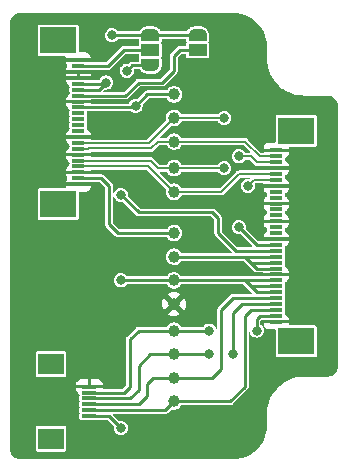
<source format=gbr>
%TF.GenerationSoftware,KiCad,Pcbnew,5.99.0-unknown-ad1ee958b0~131~ubuntu20.04.1*%
%TF.CreationDate,2021-09-09T23:45:53+08:00*%
%TF.ProjectId,di-mipi-lcd,64692d6d-6970-4692-9d6c-63642e6b6963,rev?*%
%TF.SameCoordinates,Original*%
%TF.FileFunction,Copper,L1,Top*%
%TF.FilePolarity,Positive*%
%FSLAX46Y46*%
G04 Gerber Fmt 4.6, Leading zero omitted, Abs format (unit mm)*
G04 Created by KiCad (PCBNEW 5.99.0-unknown-ad1ee958b0~131~ubuntu20.04.1) date 2021-09-09 23:45:53*
%MOMM*%
%LPD*%
G01*
G04 APERTURE LIST*
G04 Aperture macros list*
%AMFreePoly0*
4,1,22,0.550000,-0.750000,0.000000,-0.750000,0.000000,-0.745033,-0.079941,-0.743568,-0.215256,-0.701293,-0.333266,-0.622738,-0.424486,-0.514219,-0.481581,-0.384460,-0.499164,-0.250000,-0.500000,-0.250000,-0.500000,0.250000,-0.499164,0.250000,-0.499963,0.256109,-0.478152,0.396186,-0.417904,0.524511,-0.324060,0.630769,-0.204165,0.706417,-0.067858,0.745374,0.000000,0.744959,0.000000,0.750000,
0.550000,0.750000,0.550000,-0.750000,0.550000,-0.750000,$1*%
%AMFreePoly1*
4,1,20,0.000000,0.744959,0.073905,0.744508,0.209726,0.703889,0.328688,0.626782,0.421226,0.519385,0.479903,0.390333,0.500000,0.250000,0.500000,-0.250000,0.499851,-0.262216,0.476331,-0.402017,0.414519,-0.529596,0.319384,-0.634700,0.198574,-0.708877,0.061801,-0.746166,0.000000,-0.745033,0.000000,-0.750000,-0.550000,-0.750000,-0.550000,0.750000,0.000000,0.750000,0.000000,0.744959,
0.000000,0.744959,$1*%
G04 Aperture macros list end*
%TA.AperFunction,SMDPad,CuDef*%
%ADD10C,1.000000*%
%TD*%
%TA.AperFunction,SMDPad,CuDef*%
%ADD11R,1.300000X0.300000*%
%TD*%
%TA.AperFunction,SMDPad,CuDef*%
%ADD12R,2.200000X1.800000*%
%TD*%
%TA.AperFunction,SMDPad,CuDef*%
%ADD13FreePoly0,90.000000*%
%TD*%
%TA.AperFunction,SMDPad,CuDef*%
%ADD14R,1.500000X1.000000*%
%TD*%
%TA.AperFunction,SMDPad,CuDef*%
%ADD15FreePoly1,90.000000*%
%TD*%
%TA.AperFunction,SMDPad,CuDef*%
%ADD16R,1.100000X0.300000*%
%TD*%
%TA.AperFunction,SMDPad,CuDef*%
%ADD17R,3.100000X2.300000*%
%TD*%
%TA.AperFunction,ViaPad*%
%ADD18C,0.800000*%
%TD*%
%TA.AperFunction,Conductor*%
%ADD19C,0.250000*%
%TD*%
%TA.AperFunction,Conductor*%
%ADD20C,0.200000*%
%TD*%
G04 APERTURE END LIST*
D10*
%TO.P,TP2,1,1*%
%TO.N,/DSI-DN0*%
X145000000Y-113250000D03*
%TD*%
%TO.P,TP5,1,1*%
%TO.N,/TP-SDA*%
X145000000Y-127000000D03*
%TD*%
%TO.P,TP1,1,1*%
%TO.N,/DSI-DP0*%
X145000000Y-111250000D03*
%TD*%
%TO.P,TP3,1,1*%
%TO.N,/TE*%
X145000000Y-116750000D03*
%TD*%
%TO.P,TP13,1,1*%
%TO.N,GND*%
X145000000Y-122750000D03*
%TD*%
%TO.P,TP7,1,1*%
%TO.N,/TP-INT*%
X145000000Y-131000000D03*
%TD*%
D11*
%TO.P,J3,1,Pin_1*%
%TO.N,GND*%
X137850000Y-129750000D03*
%TO.P,J3,2,Pin_2*%
%TO.N,/TP-RST*%
X137850000Y-130250000D03*
%TO.P,J3,3,Pin_3*%
%TO.N,/TP-SDA*%
X137850000Y-130750000D03*
%TO.P,J3,4,Pin_4*%
%TO.N,/TP-SCK*%
X137850000Y-131250000D03*
%TO.P,J3,5,Pin_5*%
%TO.N,/TP-INT*%
X137850000Y-131750000D03*
%TO.P,J3,6,Pin_6*%
%TO.N,+3V3*%
X137850000Y-132250000D03*
D12*
%TO.P,J3,MP*%
%TO.N,N/C*%
X134600000Y-127850000D03*
X134600000Y-134150000D03*
%TD*%
D13*
%TO.P,JP2,1,A*%
%TO.N,GND*%
X147000000Y-102550000D03*
D14*
%TO.P,JP2,2,C*%
%TO.N,Net-(J1-Pad7)*%
X147000000Y-101250000D03*
D15*
%TO.P,JP2,3,B*%
%TO.N,+3V3*%
X147000000Y-99950000D03*
%TD*%
D10*
%TO.P,TP12,1,1*%
%TO.N,/DSI-CKN*%
X145000000Y-109000000D03*
%TD*%
%TO.P,TP9,1,1*%
%TO.N,+5V*%
X145000000Y-118750000D03*
%TD*%
%TO.P,TP10,1,1*%
%TO.N,+3V3*%
X145000000Y-120750000D03*
%TD*%
D16*
%TO.P,J2,1,Pin_1*%
%TO.N,GND*%
X153650000Y-124250000D03*
%TO.P,J2,2,Pin_2*%
%TO.N,/TP-RST*%
X153650000Y-123750000D03*
%TO.P,J2,3,Pin_3*%
%TO.N,/TP-INT*%
X153650000Y-123250000D03*
%TO.P,J2,4,Pin_4*%
%TO.N,/TP-SDA*%
X153650000Y-122750000D03*
%TO.P,J2,5,Pin_5*%
%TO.N,/TP-SCK*%
X153650000Y-122250000D03*
%TO.P,J2,6,Pin_6*%
%TO.N,+3V3*%
X153650000Y-121750000D03*
%TO.P,J2,7,Pin_7*%
X153650000Y-121250000D03*
%TO.P,J2,8,Pin_8*%
X153650000Y-120750000D03*
%TO.P,J2,9,Pin_9*%
%TO.N,GND*%
X153650000Y-120250000D03*
%TO.P,J2,10,Pin_10*%
%TO.N,+5V*%
X153650000Y-119750000D03*
%TO.P,J2,11,Pin_11*%
X153650000Y-119250000D03*
%TO.P,J2,12,Pin_12*%
X153650000Y-118750000D03*
%TO.P,J2,13,Pin_13*%
%TO.N,/BL-PWM*%
X153650000Y-118250000D03*
%TO.P,J2,14,Pin_14*%
%TO.N,/DSI-RST*%
X153650000Y-117750000D03*
%TO.P,J2,15,Pin_15*%
%TO.N,GND*%
X153650000Y-117250000D03*
%TO.P,J2,16,Pin_16*%
%TO.N,N/C*%
X153650000Y-116750000D03*
%TO.P,J2,17,Pin_17*%
X153650000Y-116250000D03*
%TO.P,J2,18,Pin_18*%
%TO.N,GND*%
X153650000Y-115750000D03*
%TO.P,J2,19,Pin_19*%
%TO.N,N/C*%
X153650000Y-115250000D03*
%TO.P,J2,20,Pin_20*%
X153650000Y-114750000D03*
%TO.P,J2,21,Pin_21*%
%TO.N,GND*%
X153650000Y-114250000D03*
%TO.P,J2,22,Pin_22*%
%TO.N,N/C*%
X153650000Y-113750000D03*
%TO.P,J2,23,Pin_23*%
X153650000Y-113250000D03*
%TO.P,J2,24,Pin_24*%
%TO.N,GND*%
X153650000Y-112750000D03*
%TO.P,J2,25,Pin_25*%
%TO.N,/DSI-DP0*%
X153650000Y-112250000D03*
%TO.P,J2,26,Pin_26*%
%TO.N,/DSI-DN0*%
X153650000Y-111750000D03*
%TO.P,J2,27,Pin_27*%
%TO.N,GND*%
X153650000Y-111250000D03*
%TO.P,J2,28,Pin_28*%
%TO.N,/DSI-CKP*%
X153650000Y-110750000D03*
%TO.P,J2,29,Pin_29*%
%TO.N,/DSI-CKN*%
X153650000Y-110250000D03*
%TO.P,J2,30,Pin_30*%
%TO.N,GND*%
X153650000Y-109750000D03*
D17*
%TO.P,J2,MP*%
%TO.N,N/C*%
X155350000Y-108080000D03*
X155350000Y-125920000D03*
%TD*%
D10*
%TO.P,TP8,1,1*%
%TO.N,/DSI-RST*%
X145000000Y-105000000D03*
%TD*%
D13*
%TO.P,JP1,1,A*%
%TO.N,/BL-PWM*%
X143000000Y-102550000D03*
D14*
%TO.P,JP1,2,C*%
%TO.N,Net-(J1-Pad2)*%
X143000000Y-101250000D03*
D15*
%TO.P,JP1,3,B*%
%TO.N,+3V3*%
X143000000Y-99950000D03*
%TD*%
D10*
%TO.P,TP4,1,1*%
%TO.N,/TP-RST*%
X145000000Y-125000000D03*
%TD*%
D16*
%TO.P,J1,1,Pin_1*%
%TO.N,GND*%
X136905000Y-102110000D03*
%TO.P,J1,2,Pin_2*%
%TO.N,Net-(J1-Pad2)*%
X136905000Y-102610000D03*
%TO.P,J1,3,Pin_3*%
%TO.N,GND*%
X136905000Y-103110000D03*
%TO.P,J1,4,Pin_4*%
X136905000Y-103610000D03*
%TO.P,J1,5,Pin_5*%
%TO.N,+3V3*%
X136905000Y-104110000D03*
%TO.P,J1,6,Pin_6*%
X136905000Y-104610000D03*
%TO.P,J1,7,Pin_7*%
%TO.N,Net-(J1-Pad7)*%
X136905000Y-105110000D03*
%TO.P,J1,8,Pin_8*%
%TO.N,GND*%
X136905000Y-105610000D03*
%TO.P,J1,9,Pin_9*%
%TO.N,/DSI-RST*%
X136905000Y-106110000D03*
%TO.P,J1,10,Pin_10*%
%TO.N,N/C*%
X136905000Y-106610000D03*
%TO.P,J1,11,Pin_11*%
X136905000Y-107110000D03*
%TO.P,J1,12,Pin_12*%
X136905000Y-107610000D03*
%TO.P,J1,13,Pin_13*%
X136905000Y-108110000D03*
%TO.P,J1,14,Pin_14*%
%TO.N,GND*%
X136905000Y-108610000D03*
%TO.P,J1,15,Pin_15*%
%TO.N,/DSI-CKP*%
X136905000Y-109110000D03*
%TO.P,J1,16,Pin_16*%
%TO.N,/DSI-CKN*%
X136905000Y-109610000D03*
%TO.P,J1,17,Pin_17*%
%TO.N,GND*%
X136905000Y-110110000D03*
%TO.P,J1,18,Pin_18*%
%TO.N,/DSI-DP0*%
X136905000Y-110610000D03*
%TO.P,J1,19,Pin_19*%
%TO.N,/DSI-DN0*%
X136905000Y-111110000D03*
%TO.P,J1,20,Pin_20*%
%TO.N,GND*%
X136905000Y-111610000D03*
%TO.P,J1,21,Pin_21*%
%TO.N,/TE*%
X136905000Y-112110000D03*
%TO.P,J1,22,Pin_22*%
%TO.N,GND*%
X136905000Y-112610000D03*
D17*
%TO.P,J1,MP*%
%TO.N,N/C*%
X135205000Y-114280000D03*
X135205000Y-100440000D03*
%TD*%
D10*
%TO.P,TP11,1,1*%
%TO.N,/DSI-CKP*%
X145000000Y-107000000D03*
%TD*%
%TO.P,TP6,1,1*%
%TO.N,/TP-SCK*%
X145000000Y-129000000D03*
%TD*%
D18*
%TO.N,GND*%
X134000000Y-123000000D03*
X134000000Y-105000000D03*
X150000000Y-134000000D03*
X156000000Y-117000000D03*
X149000000Y-105000000D03*
X151000000Y-101000000D03*
X147000000Y-105000000D03*
X137000000Y-121000000D03*
X156000000Y-115000000D03*
X134000000Y-109000000D03*
X137000000Y-123000000D03*
X147000000Y-132000000D03*
X134000000Y-111000000D03*
X134000000Y-117000000D03*
X147500000Y-122750000D03*
X156000000Y-123000000D03*
X156000000Y-113000000D03*
X147000000Y-134000000D03*
X156000000Y-119000000D03*
X134000000Y-121000000D03*
X134000000Y-131000000D03*
X137000000Y-119000000D03*
X151000000Y-103000000D03*
X151000000Y-105000000D03*
X150000000Y-132000000D03*
X134000000Y-119000000D03*
X134000000Y-103000000D03*
X156000000Y-111000000D03*
X156000000Y-121000000D03*
X137000000Y-125000000D03*
X134000000Y-107000000D03*
X143000000Y-134000000D03*
X134000000Y-125000000D03*
X137000000Y-117000000D03*
%TO.N,+3V3*%
X140500000Y-133250000D03*
X139250000Y-104000000D03*
X139750000Y-100000000D03*
X140500000Y-120750000D03*
%TO.N,/DSI-RST*%
X141750000Y-106000000D03*
X150500000Y-116250000D03*
%TO.N,/DSI-CKP*%
X149250000Y-107000000D03*
X150500000Y-110250000D03*
%TO.N,/DSI-DP0*%
X151250000Y-112750000D03*
X149250000Y-111250000D03*
%TO.N,/BL-PWM*%
X140500000Y-113500000D03*
X141000000Y-103000000D03*
%TO.N,/TP-SDA*%
X148000000Y-127000000D03*
X150000000Y-127000000D03*
%TO.N,/TP-RST*%
X148000000Y-125000000D03*
X152000000Y-125000000D03*
%TD*%
D19*
%TO.N,Net-(J1-Pad2)*%
X136905000Y-102610000D02*
X139390000Y-102610000D01*
X140750000Y-101250000D02*
X143000000Y-101250000D01*
X139390000Y-102610000D02*
X140750000Y-101250000D01*
%TO.N,+3V3*%
X151500000Y-121250000D02*
X151000000Y-120750000D01*
X151000000Y-120750000D02*
X150750000Y-120750000D01*
X145000000Y-120750000D02*
X140500000Y-120750000D01*
X139250000Y-104000000D02*
X138640000Y-104610000D01*
X139140000Y-104110000D02*
X136905000Y-104110000D01*
X139750000Y-100000000D02*
X142950000Y-100000000D01*
X139500000Y-132250000D02*
X140500000Y-133250000D01*
X137850000Y-132250000D02*
X139500000Y-132250000D01*
X145000000Y-120750000D02*
X150750000Y-120750000D01*
X138640000Y-104610000D02*
X136905000Y-104610000D01*
X150750000Y-120750000D02*
X153650000Y-120750000D01*
X139250000Y-104000000D02*
X139140000Y-104110000D01*
X147000000Y-99950000D02*
X143000000Y-99950000D01*
X153650000Y-121250000D02*
X151500000Y-121250000D01*
X152000000Y-121750000D02*
X151500000Y-121250000D01*
X142950000Y-100000000D02*
X143000000Y-99950000D01*
X153650000Y-121750000D02*
X152000000Y-121750000D01*
%TO.N,Net-(J1-Pad7)*%
X144000000Y-104000000D02*
X145000000Y-103000000D01*
X145000000Y-101750000D02*
X145500000Y-101250000D01*
X142000000Y-104000000D02*
X144000000Y-104000000D01*
X145000000Y-103000000D02*
X145000000Y-101750000D01*
X140890000Y-105110000D02*
X142000000Y-104000000D01*
X136905000Y-105110000D02*
X140890000Y-105110000D01*
X145500000Y-101250000D02*
X147000000Y-101250000D01*
%TO.N,/DSI-RST*%
X152000000Y-117750000D02*
X150500000Y-116250000D01*
X142750000Y-105000000D02*
X145000000Y-105000000D01*
X141750000Y-106000000D02*
X141640000Y-106110000D01*
X153650000Y-117750000D02*
X152000000Y-117750000D01*
X141640000Y-106110000D02*
X136905000Y-106110000D01*
X141750000Y-106000000D02*
X142750000Y-105000000D01*
D20*
%TO.N,/DSI-CKP*%
X136905000Y-109110000D02*
X137730001Y-109110000D01*
X137755001Y-109135000D02*
X142865000Y-109135000D01*
X137730001Y-109110000D02*
X137755001Y-109135000D01*
X142865000Y-109135000D02*
X145000000Y-107000000D01*
X150500000Y-110250000D02*
X151500000Y-110250000D01*
X149250000Y-107000000D02*
X145000000Y-107000000D01*
X152000000Y-110750000D02*
X153650000Y-110750000D01*
X151500000Y-110250000D02*
X152000000Y-110750000D01*
%TO.N,/DSI-CKN*%
X143636397Y-109000000D02*
X145000000Y-109000000D01*
X143051397Y-109585000D02*
X143636397Y-109000000D01*
X137730001Y-109610000D02*
X137755001Y-109585000D01*
X136905000Y-109610000D02*
X137730001Y-109610000D01*
X137755001Y-109585000D02*
X143051397Y-109585000D01*
X151000000Y-109000000D02*
X152250000Y-110250000D01*
X152250000Y-110250000D02*
X153650000Y-110250000D01*
X145000000Y-109000000D02*
X151000000Y-109000000D01*
%TO.N,/DSI-DP0*%
X143636397Y-111250000D02*
X145000000Y-111250000D01*
X137755001Y-110635000D02*
X143021397Y-110635000D01*
X143021397Y-110635000D02*
X143636397Y-111250000D01*
X151750000Y-112250000D02*
X153650000Y-112250000D01*
X151250000Y-112750000D02*
X151750000Y-112250000D01*
X149250000Y-111250000D02*
X145000000Y-111250000D01*
X136905000Y-110610000D02*
X137730001Y-110610000D01*
X137730001Y-110610000D02*
X137755001Y-110635000D01*
%TO.N,/DSI-DN0*%
X145000000Y-113250000D02*
X149000000Y-113250000D01*
X150500000Y-111750000D02*
X153650000Y-111750000D01*
X137755001Y-111085000D02*
X142835000Y-111085000D01*
X137730001Y-111110000D02*
X137755001Y-111085000D01*
X136905000Y-111110000D02*
X137730001Y-111110000D01*
X149000000Y-113250000D02*
X150500000Y-111750000D01*
X142835000Y-111085000D02*
X145000000Y-113250000D01*
D19*
%TO.N,/TE*%
X139500000Y-116000000D02*
X140250000Y-116750000D01*
X139500000Y-112750000D02*
X139500000Y-116000000D01*
X140250000Y-116750000D02*
X145000000Y-116750000D01*
X138860000Y-112110000D02*
X139500000Y-112750000D01*
X136905000Y-112110000D02*
X138860000Y-112110000D01*
%TO.N,/BL-PWM*%
X140500000Y-113500000D02*
X142000000Y-115000000D01*
X148750000Y-116750000D02*
X150250000Y-118250000D01*
X141000000Y-103000000D02*
X141450000Y-102550000D01*
X148250000Y-115000000D02*
X148750000Y-115500000D01*
X142000000Y-115000000D02*
X148250000Y-115000000D01*
X150250000Y-118250000D02*
X153650000Y-118250000D01*
X141450000Y-102550000D02*
X143000000Y-102550000D01*
X148750000Y-115500000D02*
X148750000Y-116750000D01*
%TO.N,+5V*%
X151000000Y-118750000D02*
X145000000Y-118750000D01*
X153650000Y-119750000D02*
X152000000Y-119750000D01*
X153650000Y-119250000D02*
X151500000Y-119250000D01*
X152000000Y-119750000D02*
X151500000Y-119250000D01*
X151500000Y-119250000D02*
X151000000Y-118750000D01*
X153650000Y-118750000D02*
X151000000Y-118750000D01*
%TO.N,/TP-SCK*%
X150000000Y-122250000D02*
X153650000Y-122250000D01*
X145000000Y-129000000D02*
X148250000Y-129000000D01*
X142750000Y-129500000D02*
X143250000Y-129000000D01*
X142750000Y-130500000D02*
X142750000Y-129500000D01*
X148250000Y-129000000D02*
X149000000Y-128250000D01*
X142000000Y-131250000D02*
X142750000Y-130500000D01*
X143250000Y-129000000D02*
X145000000Y-129000000D01*
X149000000Y-123250000D02*
X150000000Y-122250000D01*
X149000000Y-128250000D02*
X149000000Y-123250000D01*
X137850000Y-131250000D02*
X142000000Y-131250000D01*
%TO.N,/TP-SDA*%
X153650000Y-122750000D02*
X150750000Y-122750000D01*
X137850000Y-130750000D02*
X141250000Y-130750000D01*
X142000000Y-128000000D02*
X143000000Y-127000000D01*
X142000000Y-130000000D02*
X142000000Y-128000000D01*
X143000000Y-127000000D02*
X145000000Y-127000000D01*
X141250000Y-130750000D02*
X142000000Y-130000000D01*
X150750000Y-122750000D02*
X150000000Y-123500000D01*
X150000000Y-123500000D02*
X150000000Y-127000000D01*
X145000000Y-127000000D02*
X148000000Y-127000000D01*
%TO.N,/TP-INT*%
X151500000Y-123250000D02*
X153650000Y-123250000D01*
X149750000Y-131000000D02*
X151000000Y-129750000D01*
X144250000Y-131750000D02*
X145000000Y-131000000D01*
X137850000Y-131750000D02*
X144250000Y-131750000D01*
X145000000Y-131000000D02*
X149750000Y-131000000D01*
X151000000Y-123750000D02*
X151500000Y-123250000D01*
X151000000Y-129750000D02*
X151000000Y-123750000D01*
%TO.N,/TP-RST*%
X142000000Y-125000000D02*
X145000000Y-125000000D01*
X137850000Y-130250000D02*
X140750000Y-130250000D01*
X152250000Y-123750000D02*
X152000000Y-124000000D01*
X140750000Y-130250000D02*
X141250000Y-129750000D01*
X141250000Y-129750000D02*
X141250000Y-125750000D01*
X141250000Y-125750000D02*
X142000000Y-125000000D01*
X145000000Y-125000000D02*
X148000000Y-125000000D01*
X153650000Y-123750000D02*
X152250000Y-123750000D01*
X152000000Y-124000000D02*
X152000000Y-125000000D01*
%TD*%
%TA.AperFunction,Conductor*%
%TO.N,GND*%
G36*
X149991541Y-98102398D02*
G01*
X149992617Y-98102748D01*
X149992620Y-98102748D01*
X150000000Y-98105146D01*
X150007382Y-98102747D01*
X150011302Y-98102747D01*
X150022666Y-98101273D01*
X150321948Y-98118081D01*
X150327408Y-98118696D01*
X150642601Y-98172249D01*
X150647958Y-98173472D01*
X150878968Y-98240025D01*
X150919413Y-98251677D01*
X150955168Y-98261978D01*
X150960351Y-98263792D01*
X151255723Y-98386139D01*
X151260666Y-98388519D01*
X151368106Y-98447899D01*
X151540486Y-98543170D01*
X151545139Y-98546094D01*
X151805876Y-98731097D01*
X151810172Y-98734523D01*
X152048557Y-98947558D01*
X152052442Y-98951443D01*
X152265477Y-99189828D01*
X152268903Y-99194124D01*
X152453906Y-99454861D01*
X152456830Y-99459514D01*
X152517762Y-99569762D01*
X152610405Y-99737386D01*
X152611479Y-99739330D01*
X152613861Y-99744277D01*
X152736207Y-100039646D01*
X152738022Y-100044832D01*
X152826528Y-100352042D01*
X152827751Y-100357399D01*
X152881304Y-100672592D01*
X152881919Y-100678052D01*
X152898727Y-100977334D01*
X152897253Y-100988698D01*
X152897253Y-100992618D01*
X152894854Y-101000000D01*
X152897252Y-101007380D01*
X152897252Y-101007383D01*
X152897602Y-101008459D01*
X152900000Y-101023600D01*
X152900000Y-101976400D01*
X152897602Y-101991541D01*
X152897252Y-101992617D01*
X152897252Y-101992620D01*
X152894854Y-102000000D01*
X152895918Y-102003273D01*
X152912752Y-102324483D01*
X152912953Y-102325750D01*
X152912953Y-102325753D01*
X152927276Y-102416184D01*
X152963582Y-102645411D01*
X153047679Y-102959267D01*
X153164123Y-103262614D01*
X153164703Y-103263753D01*
X153164706Y-103263759D01*
X153263241Y-103457145D01*
X153311637Y-103552127D01*
X153324360Y-103571718D01*
X153482641Y-103815448D01*
X153488606Y-103824634D01*
X153489417Y-103825636D01*
X153489421Y-103825641D01*
X153638112Y-104009259D01*
X153693090Y-104077151D01*
X153922849Y-104306910D01*
X153923837Y-104307710D01*
X153923838Y-104307711D01*
X154174359Y-104510579D01*
X154174364Y-104510583D01*
X154175366Y-104511394D01*
X154176452Y-104512099D01*
X154176453Y-104512100D01*
X154212926Y-104535786D01*
X154447873Y-104688363D01*
X154449011Y-104688943D01*
X154449013Y-104688944D01*
X154736241Y-104835294D01*
X154736247Y-104835297D01*
X154737386Y-104835877D01*
X155040733Y-104952321D01*
X155354589Y-105036418D01*
X155537904Y-105065452D01*
X155674247Y-105087047D01*
X155674250Y-105087047D01*
X155675517Y-105087248D01*
X155821513Y-105094899D01*
X155991472Y-105103807D01*
X155991473Y-105103807D01*
X155996727Y-105104082D01*
X156000000Y-105105146D01*
X156007380Y-105102748D01*
X156007383Y-105102748D01*
X156008459Y-105102398D01*
X156023600Y-105100000D01*
X157976400Y-105100000D01*
X157991541Y-105102398D01*
X157992618Y-105102748D01*
X157992620Y-105102748D01*
X158000000Y-105105146D01*
X158007380Y-105102748D01*
X158015142Y-105102748D01*
X158015142Y-105102983D01*
X158022353Y-105102202D01*
X158170778Y-105116820D01*
X158180199Y-105118694D01*
X158339798Y-105167108D01*
X158348672Y-105170784D01*
X158418101Y-105207894D01*
X158495763Y-105249405D01*
X158503740Y-105254736D01*
X158632671Y-105360547D01*
X158639453Y-105367329D01*
X158745264Y-105496260D01*
X158750595Y-105504237D01*
X158785619Y-105569762D01*
X158829216Y-105651328D01*
X158832892Y-105660202D01*
X158881306Y-105819801D01*
X158883180Y-105829222D01*
X158897798Y-105977647D01*
X158897017Y-105984858D01*
X158897252Y-105984858D01*
X158897252Y-105992620D01*
X158894854Y-106000000D01*
X158897252Y-106007380D01*
X158897252Y-106007382D01*
X158897602Y-106008459D01*
X158900000Y-106023600D01*
X158900000Y-127976400D01*
X158897602Y-127991541D01*
X158897252Y-127992618D01*
X158897252Y-127992620D01*
X158894854Y-128000000D01*
X158897252Y-128007380D01*
X158897252Y-128015142D01*
X158897017Y-128015142D01*
X158897798Y-128022353D01*
X158883180Y-128170778D01*
X158881306Y-128180199D01*
X158832892Y-128339798D01*
X158829216Y-128348672D01*
X158807295Y-128389684D01*
X158750595Y-128495763D01*
X158745264Y-128503740D01*
X158639453Y-128632671D01*
X158632671Y-128639453D01*
X158503740Y-128745264D01*
X158495763Y-128750595D01*
X158438119Y-128781406D01*
X158348672Y-128829216D01*
X158339798Y-128832892D01*
X158180199Y-128881306D01*
X158170778Y-128883180D01*
X158022353Y-128897798D01*
X158015142Y-128897017D01*
X158015142Y-128897252D01*
X158007380Y-128897252D01*
X158000000Y-128894854D01*
X157992620Y-128897252D01*
X157992618Y-128897252D01*
X157991541Y-128897602D01*
X157976400Y-128900000D01*
X156023600Y-128900000D01*
X156008459Y-128897602D01*
X156007383Y-128897252D01*
X156007380Y-128897252D01*
X156000000Y-128894854D01*
X155996727Y-128895918D01*
X155991650Y-128896184D01*
X155941678Y-128898803D01*
X155675517Y-128912752D01*
X155674250Y-128912953D01*
X155674247Y-128912953D01*
X155537904Y-128934548D01*
X155354589Y-128963582D01*
X155040733Y-129047679D01*
X154737386Y-129164123D01*
X154736247Y-129164703D01*
X154736241Y-129164706D01*
X154449932Y-129310588D01*
X154447873Y-129311637D01*
X154378324Y-129356803D01*
X154202180Y-129471193D01*
X154175366Y-129488606D01*
X154174364Y-129489417D01*
X154174359Y-129489421D01*
X153968538Y-129656092D01*
X153922849Y-129693090D01*
X153693090Y-129922849D01*
X153692290Y-129923837D01*
X153692289Y-129923838D01*
X153490271Y-130173310D01*
X153488606Y-130175366D01*
X153311637Y-130447873D01*
X153311057Y-130449011D01*
X153311056Y-130449013D01*
X153175422Y-130715211D01*
X153164123Y-130737386D01*
X153047679Y-131040733D01*
X152963582Y-131354589D01*
X152963382Y-131355853D01*
X152914588Y-131663928D01*
X152912752Y-131675517D01*
X152911513Y-131699162D01*
X152897136Y-131973494D01*
X152895918Y-131996727D01*
X152894854Y-132000000D01*
X152897252Y-132007380D01*
X152897252Y-132007383D01*
X152897602Y-132008459D01*
X152900000Y-132023600D01*
X152900000Y-132976400D01*
X152897602Y-132991541D01*
X152897252Y-132992617D01*
X152897252Y-132992620D01*
X152894854Y-133000000D01*
X152897253Y-133007382D01*
X152897253Y-133011302D01*
X152898727Y-133022666D01*
X152881919Y-133321948D01*
X152881304Y-133327408D01*
X152827751Y-133642601D01*
X152826528Y-133647958D01*
X152738022Y-133955168D01*
X152736207Y-133960354D01*
X152613863Y-134255719D01*
X152611481Y-134260666D01*
X152534154Y-134400578D01*
X152456830Y-134540486D01*
X152453906Y-134545139D01*
X152268903Y-134805876D01*
X152265477Y-134810172D01*
X152052442Y-135048557D01*
X152048557Y-135052442D01*
X151810172Y-135265477D01*
X151805876Y-135268903D01*
X151545139Y-135453906D01*
X151540486Y-135456830D01*
X151455600Y-135503745D01*
X151260666Y-135611481D01*
X151255723Y-135613861D01*
X151024183Y-135709768D01*
X150960354Y-135736207D01*
X150955170Y-135738021D01*
X150911516Y-135750598D01*
X150647958Y-135826528D01*
X150642601Y-135827751D01*
X150327408Y-135881304D01*
X150321948Y-135881919D01*
X150022666Y-135898727D01*
X150011302Y-135897253D01*
X150007382Y-135897253D01*
X150000000Y-135894854D01*
X149992620Y-135897252D01*
X149992617Y-135897252D01*
X149991541Y-135897602D01*
X149976400Y-135900000D01*
X132023600Y-135900000D01*
X132008459Y-135897602D01*
X132007382Y-135897252D01*
X132007380Y-135897252D01*
X132000000Y-135894854D01*
X131992620Y-135897252D01*
X131984858Y-135897252D01*
X131984858Y-135897017D01*
X131977647Y-135897798D01*
X131829222Y-135883180D01*
X131819801Y-135881306D01*
X131660202Y-135832892D01*
X131651328Y-135829216D01*
X131581899Y-135792106D01*
X131504237Y-135750595D01*
X131496260Y-135745264D01*
X131367329Y-135639453D01*
X131360547Y-135632671D01*
X131254736Y-135503740D01*
X131249405Y-135495763D01*
X131207894Y-135418101D01*
X131170784Y-135348672D01*
X131167108Y-135339798D01*
X131118694Y-135180199D01*
X131116820Y-135170778D01*
X131102202Y-135022353D01*
X131102983Y-135015142D01*
X131102748Y-135015142D01*
X131102748Y-135007380D01*
X131105146Y-135000000D01*
X131102748Y-134992620D01*
X131102748Y-134992618D01*
X131102398Y-134991541D01*
X131100000Y-134976400D01*
X131100000Y-133230252D01*
X133299500Y-133230252D01*
X133299500Y-135069748D01*
X133311133Y-135128231D01*
X133355448Y-135194552D01*
X133421769Y-135238867D01*
X133480252Y-135250500D01*
X135719748Y-135250500D01*
X135778231Y-135238867D01*
X135844552Y-135194552D01*
X135888867Y-135128231D01*
X135900500Y-135069748D01*
X135900500Y-133230252D01*
X135888867Y-133171769D01*
X135844552Y-133105448D01*
X135778231Y-133061133D01*
X135719748Y-133049500D01*
X133480252Y-133049500D01*
X133421769Y-133061133D01*
X133355448Y-133105448D01*
X133311133Y-133171769D01*
X133299500Y-133230252D01*
X131100000Y-133230252D01*
X131100000Y-129909747D01*
X136692001Y-129909747D01*
X136692001Y-129946757D01*
X136692144Y-129949407D01*
X136698416Y-130007153D01*
X136699827Y-130013085D01*
X136748601Y-130143190D01*
X136751924Y-130149259D01*
X136835002Y-130260110D01*
X136839890Y-130264998D01*
X136950741Y-130348076D01*
X136956810Y-130351399D01*
X136967700Y-130355481D01*
X136995106Y-130381082D01*
X136999500Y-130401363D01*
X136999500Y-130419748D01*
X137011133Y-130478231D01*
X137013403Y-130481628D01*
X137013403Y-130518372D01*
X137011133Y-130521769D01*
X136999500Y-130580252D01*
X136999500Y-130919748D01*
X137011133Y-130978231D01*
X137013403Y-130981628D01*
X137013403Y-131018372D01*
X137011133Y-131021769D01*
X136999500Y-131080252D01*
X136999500Y-131419748D01*
X137011133Y-131478231D01*
X137013403Y-131481628D01*
X137013403Y-131518372D01*
X137011133Y-131521769D01*
X136999500Y-131580252D01*
X136999500Y-131919748D01*
X137011133Y-131978231D01*
X137013403Y-131981628D01*
X137013403Y-132018372D01*
X137011133Y-132021769D01*
X136999500Y-132080252D01*
X136999500Y-132419748D01*
X137011133Y-132478231D01*
X137055448Y-132544552D01*
X137121769Y-132588867D01*
X137180252Y-132600500D01*
X138519748Y-132600500D01*
X138578231Y-132588867D01*
X138585877Y-132583758D01*
X138613100Y-132575500D01*
X139344878Y-132575500D01*
X139379526Y-132589852D01*
X139894141Y-133104467D01*
X139908493Y-133139115D01*
X139908074Y-133145511D01*
X139897229Y-133227886D01*
X139894318Y-133250000D01*
X139914956Y-133406762D01*
X139916183Y-133409724D01*
X139916184Y-133409728D01*
X139974235Y-133549875D01*
X139975464Y-133552841D01*
X139977420Y-133555390D01*
X140046419Y-133645311D01*
X140071718Y-133678282D01*
X140197159Y-133774536D01*
X140200122Y-133775763D01*
X140200125Y-133775765D01*
X140340272Y-133833816D01*
X140340276Y-133833817D01*
X140343238Y-133835044D01*
X140346419Y-133835463D01*
X140346420Y-133835463D01*
X140496817Y-133855263D01*
X140500000Y-133855682D01*
X140503183Y-133855263D01*
X140653580Y-133835463D01*
X140653581Y-133835463D01*
X140656762Y-133835044D01*
X140659724Y-133833817D01*
X140659728Y-133833816D01*
X140799875Y-133775765D01*
X140799878Y-133775763D01*
X140802841Y-133774536D01*
X140928282Y-133678282D01*
X140953582Y-133645311D01*
X141022580Y-133555390D01*
X141024536Y-133552841D01*
X141025765Y-133549875D01*
X141083816Y-133409728D01*
X141083817Y-133409724D01*
X141085044Y-133406762D01*
X141105682Y-133250000D01*
X141087180Y-133109459D01*
X141085463Y-133096420D01*
X141085463Y-133096419D01*
X141085044Y-133093238D01*
X141083817Y-133090276D01*
X141083816Y-133090272D01*
X141025765Y-132950125D01*
X141025763Y-132950122D01*
X141024536Y-132947159D01*
X140928282Y-132821718D01*
X140802841Y-132725464D01*
X140799878Y-132724237D01*
X140799875Y-132724235D01*
X140659728Y-132666184D01*
X140659724Y-132666183D01*
X140656762Y-132664956D01*
X140653581Y-132664537D01*
X140653580Y-132664537D01*
X140503183Y-132644737D01*
X140500000Y-132644318D01*
X140395511Y-132658074D01*
X140359286Y-132648367D01*
X140354467Y-132644141D01*
X139869474Y-132159148D01*
X139855122Y-132124500D01*
X139869474Y-132089852D01*
X139904122Y-132075500D01*
X144233641Y-132075500D01*
X144237912Y-132075686D01*
X144274540Y-132078891D01*
X144274542Y-132078891D01*
X144278807Y-132079264D01*
X144283950Y-132077886D01*
X144294647Y-132075020D01*
X144318458Y-132068639D01*
X144322623Y-132067715D01*
X144339432Y-132064751D01*
X144358821Y-132061333D01*
X144358822Y-132061333D01*
X144363045Y-132060588D01*
X144366762Y-132058442D01*
X144370052Y-132056543D01*
X144381864Y-132051649D01*
X144389684Y-132049554D01*
X144423305Y-132026012D01*
X144426909Y-132023716D01*
X144430281Y-132021769D01*
X144462455Y-132003194D01*
X144488844Y-131971745D01*
X144491731Y-131968595D01*
X144771051Y-131689276D01*
X144805699Y-131674924D01*
X144818130Y-131676528D01*
X144904233Y-131699116D01*
X144998574Y-131700598D01*
X145070809Y-131701733D01*
X145070812Y-131701733D01*
X145073760Y-131701779D01*
X145076637Y-131701120D01*
X145076638Y-131701120D01*
X145236144Y-131664589D01*
X145236146Y-131664588D01*
X145239029Y-131663928D01*
X145241670Y-131662600D01*
X145241672Y-131662599D01*
X145317057Y-131624684D01*
X145390498Y-131587747D01*
X145493236Y-131500000D01*
X145517179Y-131479551D01*
X145517181Y-131479549D01*
X145519423Y-131477634D01*
X145614079Y-131345907D01*
X145645951Y-131326144D01*
X145653870Y-131325500D01*
X149733641Y-131325500D01*
X149737912Y-131325686D01*
X149774540Y-131328891D01*
X149774542Y-131328891D01*
X149778807Y-131329264D01*
X149792160Y-131325686D01*
X149794647Y-131325020D01*
X149818458Y-131318639D01*
X149822623Y-131317715D01*
X149839432Y-131314751D01*
X149858821Y-131311333D01*
X149858822Y-131311333D01*
X149863045Y-131310588D01*
X149866762Y-131308442D01*
X149870052Y-131306543D01*
X149881864Y-131301649D01*
X149889684Y-131299554D01*
X149923305Y-131276012D01*
X149926909Y-131273716D01*
X149958741Y-131255338D01*
X149962455Y-131253194D01*
X149988845Y-131221744D01*
X149991732Y-131218594D01*
X151218596Y-129991730D01*
X151221748Y-129988842D01*
X151249907Y-129965214D01*
X151249910Y-129965211D01*
X151253194Y-129962455D01*
X151273716Y-129926908D01*
X151276013Y-129923303D01*
X151284535Y-129911133D01*
X151299554Y-129889684D01*
X151301649Y-129881864D01*
X151306543Y-129870052D01*
X151308442Y-129866762D01*
X151310588Y-129863045D01*
X151317715Y-129822623D01*
X151318640Y-129818453D01*
X151328155Y-129782946D01*
X151328155Y-129782945D01*
X151329264Y-129778807D01*
X151328588Y-129771074D01*
X151325686Y-129737912D01*
X151325500Y-129733641D01*
X151325500Y-125187136D01*
X151339852Y-125152488D01*
X151374500Y-125138136D01*
X151409148Y-125152488D01*
X151419770Y-125168384D01*
X151475464Y-125302841D01*
X151571718Y-125428282D01*
X151697159Y-125524536D01*
X151700122Y-125525763D01*
X151700125Y-125525765D01*
X151840272Y-125583816D01*
X151840276Y-125583817D01*
X151843238Y-125585044D01*
X151846419Y-125585463D01*
X151846420Y-125585463D01*
X151996817Y-125605263D01*
X152000000Y-125605682D01*
X152003183Y-125605263D01*
X152153580Y-125585463D01*
X152153581Y-125585463D01*
X152156762Y-125585044D01*
X152159724Y-125583817D01*
X152159728Y-125583816D01*
X152299875Y-125525765D01*
X152299878Y-125525763D01*
X152302841Y-125524536D01*
X152428282Y-125428282D01*
X152524536Y-125302841D01*
X152580230Y-125168385D01*
X152583816Y-125159728D01*
X152583817Y-125159724D01*
X152585044Y-125156762D01*
X152605682Y-125000000D01*
X152585044Y-124843238D01*
X152583817Y-124840276D01*
X152583816Y-124840272D01*
X152525765Y-124700125D01*
X152525763Y-124700122D01*
X152524536Y-124697159D01*
X152428282Y-124571718D01*
X152425733Y-124569762D01*
X152344671Y-124507561D01*
X152325919Y-124475083D01*
X152325500Y-124468687D01*
X152325500Y-124409747D01*
X152592001Y-124409747D01*
X152592001Y-124446757D01*
X152592144Y-124449407D01*
X152598416Y-124507153D01*
X152599827Y-124513085D01*
X152648601Y-124643190D01*
X152651924Y-124649259D01*
X152735002Y-124760110D01*
X152739890Y-124764998D01*
X152850741Y-124848076D01*
X152856810Y-124851399D01*
X152986919Y-124900175D01*
X152992846Y-124901584D01*
X153050589Y-124907856D01*
X153053237Y-124908000D01*
X153550500Y-124908000D01*
X153585148Y-124922352D01*
X153599500Y-124957000D01*
X153599500Y-127089748D01*
X153611133Y-127148231D01*
X153655448Y-127214552D01*
X153721769Y-127258867D01*
X153780252Y-127270500D01*
X156919748Y-127270500D01*
X156978231Y-127258867D01*
X157044552Y-127214552D01*
X157088867Y-127148231D01*
X157100500Y-127089748D01*
X157100500Y-124750252D01*
X157088867Y-124691769D01*
X157044552Y-124625448D01*
X156978231Y-124581133D01*
X156919748Y-124569500D01*
X154748776Y-124569500D01*
X154714128Y-124555148D01*
X154699776Y-124520500D01*
X154701105Y-124509166D01*
X154701584Y-124507152D01*
X154707856Y-124449411D01*
X154708000Y-124446763D01*
X154708000Y-124409747D01*
X154705145Y-124402855D01*
X154698253Y-124400000D01*
X152601748Y-124400000D01*
X152594856Y-124402855D01*
X152592001Y-124409747D01*
X152325500Y-124409747D01*
X152325500Y-124155123D01*
X152339852Y-124120474D01*
X152370476Y-124089851D01*
X152405124Y-124075500D01*
X152553148Y-124075500D01*
X152587796Y-124089852D01*
X152591833Y-124095893D01*
X152601747Y-124100000D01*
X153075173Y-124100000D01*
X153078580Y-124100167D01*
X153080252Y-124100500D01*
X154219748Y-124100500D01*
X154221420Y-124100167D01*
X154224827Y-124100000D01*
X154698252Y-124100000D01*
X154705144Y-124097145D01*
X154707999Y-124090253D01*
X154707999Y-124053244D01*
X154707856Y-124050593D01*
X154701584Y-123992847D01*
X154700173Y-123986915D01*
X154651399Y-123856810D01*
X154648076Y-123850741D01*
X154564998Y-123739890D01*
X154560110Y-123735002D01*
X154449259Y-123651924D01*
X154443190Y-123648601D01*
X154432300Y-123644519D01*
X154404894Y-123618918D01*
X154400500Y-123598637D01*
X154400500Y-123580252D01*
X154388867Y-123521769D01*
X154386597Y-123518372D01*
X154386597Y-123481628D01*
X154388867Y-123478231D01*
X154400500Y-123419748D01*
X154400500Y-123080252D01*
X154388867Y-123021769D01*
X154386597Y-123018372D01*
X154386597Y-122981628D01*
X154388867Y-122978231D01*
X154400500Y-122919748D01*
X154400500Y-122580252D01*
X154388867Y-122521769D01*
X154386597Y-122518372D01*
X154386597Y-122481628D01*
X154388867Y-122478231D01*
X154400500Y-122419748D01*
X154400500Y-122080252D01*
X154388867Y-122021769D01*
X154386597Y-122018372D01*
X154386597Y-121981628D01*
X154388867Y-121978231D01*
X154400500Y-121919748D01*
X154400500Y-121580252D01*
X154388867Y-121521769D01*
X154386597Y-121518372D01*
X154386597Y-121481628D01*
X154388867Y-121478231D01*
X154400500Y-121419748D01*
X154400500Y-121080252D01*
X154388867Y-121021769D01*
X154386597Y-121018372D01*
X154386597Y-120981628D01*
X154388867Y-120978231D01*
X154400500Y-120919748D01*
X154400500Y-120901363D01*
X154414852Y-120866715D01*
X154432300Y-120855481D01*
X154443190Y-120851399D01*
X154449259Y-120848076D01*
X154560110Y-120764998D01*
X154564998Y-120760110D01*
X154648076Y-120649259D01*
X154651399Y-120643190D01*
X154700175Y-120513081D01*
X154701584Y-120507154D01*
X154707856Y-120449411D01*
X154708000Y-120446763D01*
X154708000Y-120409747D01*
X154705145Y-120402855D01*
X154698253Y-120400000D01*
X154224827Y-120400000D01*
X154221420Y-120399833D01*
X154219748Y-120399500D01*
X153080252Y-120399500D01*
X153078580Y-120399833D01*
X153075173Y-120400000D01*
X152601748Y-120400000D01*
X152586252Y-120406419D01*
X152571898Y-120420771D01*
X152553149Y-120424500D01*
X151049305Y-120424500D01*
X151036623Y-120422830D01*
X151032948Y-120421845D01*
X151032945Y-120421845D01*
X151028807Y-120420736D01*
X151024542Y-120421109D01*
X151024540Y-120421109D01*
X150987912Y-120424314D01*
X150983641Y-120424500D01*
X145652103Y-120424500D01*
X145617455Y-120410148D01*
X145611721Y-120403254D01*
X145530987Y-120285786D01*
X145529312Y-120283349D01*
X145527107Y-120281384D01*
X145527104Y-120281381D01*
X145404930Y-120172528D01*
X145404929Y-120172527D01*
X145402721Y-120170560D01*
X145252881Y-120091224D01*
X145250023Y-120090506D01*
X145250020Y-120090505D01*
X145133881Y-120061333D01*
X145088441Y-120049919D01*
X145002311Y-120049468D01*
X144921848Y-120049046D01*
X144921844Y-120049046D01*
X144918895Y-120049031D01*
X144916026Y-120049720D01*
X144916024Y-120049720D01*
X144841076Y-120067714D01*
X144754032Y-120088612D01*
X144701836Y-120115552D01*
X144646104Y-120144318D01*
X144603369Y-120166375D01*
X144475604Y-120277831D01*
X144387456Y-120403254D01*
X144387160Y-120403675D01*
X144355496Y-120423770D01*
X144347071Y-120424500D01*
X141031313Y-120424500D01*
X140996665Y-120410148D01*
X140992439Y-120405329D01*
X140930238Y-120324267D01*
X140928282Y-120321718D01*
X140802841Y-120225464D01*
X140799878Y-120224237D01*
X140799875Y-120224235D01*
X140659728Y-120166184D01*
X140659724Y-120166183D01*
X140656762Y-120164956D01*
X140653581Y-120164537D01*
X140653580Y-120164537D01*
X140503183Y-120144737D01*
X140500000Y-120144318D01*
X140496817Y-120144737D01*
X140346420Y-120164537D01*
X140346419Y-120164537D01*
X140343238Y-120164956D01*
X140340276Y-120166183D01*
X140340272Y-120166184D01*
X140200125Y-120224235D01*
X140200122Y-120224237D01*
X140197159Y-120225464D01*
X140071718Y-120321718D01*
X139975464Y-120447159D01*
X139974237Y-120450122D01*
X139974235Y-120450125D01*
X139916184Y-120590272D01*
X139916183Y-120590276D01*
X139914956Y-120593238D01*
X139894318Y-120750000D01*
X139894737Y-120753183D01*
X139896293Y-120764998D01*
X139914956Y-120906762D01*
X139916183Y-120909724D01*
X139916184Y-120909728D01*
X139974235Y-121049875D01*
X139975464Y-121052841D01*
X140071718Y-121178282D01*
X140197159Y-121274536D01*
X140200122Y-121275763D01*
X140200125Y-121275765D01*
X140340272Y-121333816D01*
X140340276Y-121333817D01*
X140343238Y-121335044D01*
X140346419Y-121335463D01*
X140346420Y-121335463D01*
X140496817Y-121355263D01*
X140500000Y-121355682D01*
X140503183Y-121355263D01*
X140653580Y-121335463D01*
X140653581Y-121335463D01*
X140656762Y-121335044D01*
X140659724Y-121333817D01*
X140659728Y-121333816D01*
X140799875Y-121275765D01*
X140799878Y-121275763D01*
X140802841Y-121274536D01*
X140928282Y-121178282D01*
X140930238Y-121175733D01*
X140992439Y-121094671D01*
X141024917Y-121075919D01*
X141031313Y-121075500D01*
X144348614Y-121075500D01*
X144383262Y-121089852D01*
X144389285Y-121097171D01*
X144465830Y-121211083D01*
X144591233Y-121325191D01*
X144593826Y-121326599D01*
X144593829Y-121326601D01*
X144708796Y-121389022D01*
X144740235Y-121406092D01*
X144904233Y-121449116D01*
X144998574Y-121450598D01*
X145070809Y-121451733D01*
X145070812Y-121451733D01*
X145073760Y-121451779D01*
X145076637Y-121451120D01*
X145076638Y-121451120D01*
X145236144Y-121414589D01*
X145236146Y-121414588D01*
X145239029Y-121413928D01*
X145241670Y-121412600D01*
X145241672Y-121412599D01*
X145355671Y-121355263D01*
X145390498Y-121337747D01*
X145466798Y-121272580D01*
X145517179Y-121229551D01*
X145517181Y-121229549D01*
X145519423Y-121227634D01*
X145614079Y-121095907D01*
X145645951Y-121076144D01*
X145653870Y-121075500D01*
X150844878Y-121075500D01*
X150879526Y-121089852D01*
X151258270Y-121468596D01*
X151261158Y-121471748D01*
X151284786Y-121499907D01*
X151284789Y-121499910D01*
X151287545Y-121503194D01*
X151291259Y-121505338D01*
X151294553Y-121507240D01*
X151304701Y-121515027D01*
X151630526Y-121840852D01*
X151644878Y-121875500D01*
X151630526Y-121910148D01*
X151595878Y-121924500D01*
X150016359Y-121924500D01*
X150012088Y-121924314D01*
X149975460Y-121921109D01*
X149975458Y-121921109D01*
X149971193Y-121920736D01*
X149967055Y-121921845D01*
X149967054Y-121921845D01*
X149957146Y-121924500D01*
X149931542Y-121931361D01*
X149927377Y-121932285D01*
X149910568Y-121935249D01*
X149891179Y-121938667D01*
X149891178Y-121938667D01*
X149886955Y-121939412D01*
X149883238Y-121941558D01*
X149879948Y-121943457D01*
X149868136Y-121948351D01*
X149860316Y-121950446D01*
X149856803Y-121952906D01*
X149826697Y-121973987D01*
X149823092Y-121976284D01*
X149787545Y-121996806D01*
X149762624Y-122026506D01*
X149761156Y-122028255D01*
X149758268Y-122031406D01*
X148781404Y-123008270D01*
X148778252Y-123011158D01*
X148750093Y-123034786D01*
X148750090Y-123034789D01*
X148746806Y-123037545D01*
X148744662Y-123041259D01*
X148726284Y-123073091D01*
X148723988Y-123076695D01*
X148700446Y-123110316D01*
X148698351Y-123118135D01*
X148693457Y-123129948D01*
X148689412Y-123136955D01*
X148688667Y-123141178D01*
X148688667Y-123141179D01*
X148682286Y-123177372D01*
X148681361Y-123181542D01*
X148670736Y-123221193D01*
X148671109Y-123225458D01*
X148671109Y-123225460D01*
X148674314Y-123262088D01*
X148674500Y-123266359D01*
X148674500Y-124812864D01*
X148660148Y-124847512D01*
X148625500Y-124861864D01*
X148590852Y-124847512D01*
X148580230Y-124831616D01*
X148525765Y-124700125D01*
X148525763Y-124700122D01*
X148524536Y-124697159D01*
X148428282Y-124571718D01*
X148425392Y-124569500D01*
X148305390Y-124477420D01*
X148302841Y-124475464D01*
X148299878Y-124474237D01*
X148299875Y-124474235D01*
X148159728Y-124416184D01*
X148159724Y-124416183D01*
X148156762Y-124414956D01*
X148153581Y-124414537D01*
X148153580Y-124414537D01*
X148003183Y-124394737D01*
X148000000Y-124394318D01*
X147996817Y-124394737D01*
X147846420Y-124414537D01*
X147846419Y-124414537D01*
X147843238Y-124414956D01*
X147840276Y-124416183D01*
X147840272Y-124416184D01*
X147700125Y-124474235D01*
X147700122Y-124474237D01*
X147697159Y-124475464D01*
X147694610Y-124477420D01*
X147574609Y-124569500D01*
X147571718Y-124571718D01*
X147569762Y-124574267D01*
X147507561Y-124655329D01*
X147475083Y-124674081D01*
X147468687Y-124674500D01*
X145652103Y-124674500D01*
X145617455Y-124660148D01*
X145611721Y-124653254D01*
X145530987Y-124535786D01*
X145529312Y-124533349D01*
X145527107Y-124531384D01*
X145527104Y-124531381D01*
X145404930Y-124422528D01*
X145404929Y-124422527D01*
X145402721Y-124420560D01*
X145252881Y-124341224D01*
X145250023Y-124340506D01*
X145250020Y-124340505D01*
X145170133Y-124320439D01*
X145088441Y-124299919D01*
X145002311Y-124299468D01*
X144921848Y-124299046D01*
X144921844Y-124299046D01*
X144918895Y-124299031D01*
X144916026Y-124299720D01*
X144916024Y-124299720D01*
X144830441Y-124320267D01*
X144754032Y-124338612D01*
X144746298Y-124342604D01*
X144616211Y-124409747D01*
X144603369Y-124416375D01*
X144475604Y-124527831D01*
X144387456Y-124653254D01*
X144387160Y-124653675D01*
X144355496Y-124673770D01*
X144347071Y-124674500D01*
X142016351Y-124674500D01*
X142012081Y-124674314D01*
X142011010Y-124674220D01*
X141971193Y-124670737D01*
X141939001Y-124679362D01*
X141931537Y-124681362D01*
X141927365Y-124682286D01*
X141898350Y-124687403D01*
X141886955Y-124689412D01*
X141883240Y-124691557D01*
X141883239Y-124691557D01*
X141879948Y-124693457D01*
X141868130Y-124698352D01*
X141860316Y-124700446D01*
X141856804Y-124702905D01*
X141826690Y-124723991D01*
X141823090Y-124726284D01*
X141787545Y-124746806D01*
X141776382Y-124760110D01*
X141761161Y-124778249D01*
X141758273Y-124781400D01*
X141031398Y-125508276D01*
X141028247Y-125511163D01*
X140996806Y-125537545D01*
X140994664Y-125541256D01*
X140976284Y-125573091D01*
X140973988Y-125576695D01*
X140950446Y-125610316D01*
X140948351Y-125618135D01*
X140943457Y-125629948D01*
X140939412Y-125636955D01*
X140938667Y-125641178D01*
X140938667Y-125641179D01*
X140932286Y-125677372D01*
X140931361Y-125681542D01*
X140920736Y-125721193D01*
X140921109Y-125725458D01*
X140921109Y-125725460D01*
X140924314Y-125762088D01*
X140924500Y-125766359D01*
X140924500Y-129594878D01*
X140910148Y-129629526D01*
X140629526Y-129910148D01*
X140594878Y-129924500D01*
X139046852Y-129924500D01*
X139012204Y-129910148D01*
X139008167Y-129904107D01*
X138998253Y-129900000D01*
X138524827Y-129900000D01*
X138521420Y-129899833D01*
X138519748Y-129899500D01*
X137180252Y-129899500D01*
X137178580Y-129899833D01*
X137175173Y-129900000D01*
X136701748Y-129900000D01*
X136694856Y-129902855D01*
X136692001Y-129909747D01*
X131100000Y-129909747D01*
X131100000Y-129553237D01*
X136692000Y-129553237D01*
X136692000Y-129590253D01*
X136694855Y-129597145D01*
X136701747Y-129600000D01*
X137690253Y-129600000D01*
X137697145Y-129597145D01*
X137700000Y-129590253D01*
X137700000Y-129101748D01*
X137700000Y-129101747D01*
X138000000Y-129101747D01*
X138000000Y-129590253D01*
X138002855Y-129597145D01*
X138009747Y-129600000D01*
X138998252Y-129600000D01*
X139005144Y-129597145D01*
X139007999Y-129590253D01*
X139007999Y-129553244D01*
X139007856Y-129550593D01*
X139001584Y-129492847D01*
X139000173Y-129486915D01*
X138951399Y-129356810D01*
X138948076Y-129350741D01*
X138864998Y-129239890D01*
X138860110Y-129235002D01*
X138749259Y-129151924D01*
X138743190Y-129148601D01*
X138613081Y-129099825D01*
X138607154Y-129098416D01*
X138549411Y-129092144D01*
X138546763Y-129092000D01*
X138009747Y-129092000D01*
X138002855Y-129094855D01*
X138000000Y-129101747D01*
X137700000Y-129101747D01*
X137697145Y-129094856D01*
X137690253Y-129092001D01*
X137153244Y-129092001D01*
X137150593Y-129092144D01*
X137092847Y-129098416D01*
X137086915Y-129099827D01*
X136956810Y-129148601D01*
X136950741Y-129151924D01*
X136839890Y-129235002D01*
X136835002Y-129239890D01*
X136751924Y-129350741D01*
X136748601Y-129356810D01*
X136699825Y-129486919D01*
X136698416Y-129492846D01*
X136692144Y-129550589D01*
X136692000Y-129553237D01*
X131100000Y-129553237D01*
X131100000Y-126930252D01*
X133299500Y-126930252D01*
X133299500Y-128769748D01*
X133311133Y-128828231D01*
X133355448Y-128894552D01*
X133421769Y-128938867D01*
X133480252Y-128950500D01*
X135719748Y-128950500D01*
X135778231Y-128938867D01*
X135844552Y-128894552D01*
X135888867Y-128828231D01*
X135900500Y-128769748D01*
X135900500Y-126930252D01*
X135888867Y-126871769D01*
X135844552Y-126805448D01*
X135806302Y-126779890D01*
X135782245Y-126763815D01*
X135778231Y-126761133D01*
X135719748Y-126749500D01*
X133480252Y-126749500D01*
X133421769Y-126761133D01*
X133417755Y-126763815D01*
X133393698Y-126779890D01*
X133355448Y-126805448D01*
X133311133Y-126871769D01*
X133299500Y-126930252D01*
X131100000Y-126930252D01*
X131100000Y-123619564D01*
X144493684Y-123619564D01*
X144494900Y-123622500D01*
X144592403Y-123676993D01*
X144596774Y-123678903D01*
X144780218Y-123738508D01*
X144784885Y-123739533D01*
X144976409Y-123762371D01*
X144981173Y-123762471D01*
X145173499Y-123747672D01*
X145178189Y-123746845D01*
X145363978Y-123694972D01*
X145368414Y-123693252D01*
X145502975Y-123625280D01*
X145507840Y-123619623D01*
X145507631Y-123616841D01*
X145006893Y-123116103D01*
X145000000Y-123113248D01*
X144993107Y-123116103D01*
X144496539Y-123612671D01*
X144493684Y-123619564D01*
X131100000Y-123619564D01*
X131100000Y-122738244D01*
X143987422Y-122738244D01*
X144003563Y-122930458D01*
X144004423Y-122935145D01*
X144057592Y-123120566D01*
X144059343Y-123124990D01*
X144124974Y-123252695D01*
X144130662Y-123257519D01*
X144133505Y-123257285D01*
X144633897Y-122756893D01*
X144636752Y-122750000D01*
X145363248Y-122750000D01*
X145366103Y-122756893D01*
X145862580Y-123253370D01*
X145869473Y-123256225D01*
X145872472Y-123254983D01*
X145924124Y-123164060D01*
X145926066Y-123159699D01*
X145986950Y-122976673D01*
X145988006Y-122972027D01*
X146012311Y-122779635D01*
X146012501Y-122776911D01*
X146012858Y-122751371D01*
X146012743Y-122748636D01*
X145993821Y-122555645D01*
X145992896Y-122550976D01*
X145937142Y-122366313D01*
X145935328Y-122361911D01*
X145874632Y-122247758D01*
X145868876Y-122243013D01*
X145865912Y-122243298D01*
X145366103Y-122743107D01*
X145363248Y-122750000D01*
X144636752Y-122750000D01*
X144633897Y-122743107D01*
X144137202Y-122246412D01*
X144130309Y-122243557D01*
X144127435Y-122244747D01*
X144070181Y-122348889D01*
X144068305Y-122353267D01*
X144009981Y-122537130D01*
X144008991Y-122541785D01*
X143987489Y-122733482D01*
X143987422Y-122738244D01*
X131100000Y-122738244D01*
X131100000Y-121880912D01*
X144492767Y-121880912D01*
X144493027Y-121883817D01*
X144993107Y-122383897D01*
X145000000Y-122386752D01*
X145006893Y-122383897D01*
X145503753Y-121887037D01*
X145506608Y-121880144D01*
X145505443Y-121877331D01*
X145394611Y-121817404D01*
X145390221Y-121815559D01*
X145205951Y-121758518D01*
X145201290Y-121757561D01*
X145009454Y-121737398D01*
X145004681Y-121737365D01*
X144812596Y-121754847D01*
X144807904Y-121755742D01*
X144622873Y-121810199D01*
X144618445Y-121811988D01*
X144497552Y-121875190D01*
X144492767Y-121880912D01*
X131100000Y-121880912D01*
X131100000Y-113110252D01*
X133454500Y-113110252D01*
X133454500Y-115449748D01*
X133466133Y-115508231D01*
X133510448Y-115574552D01*
X133576769Y-115618867D01*
X133635252Y-115630500D01*
X136774748Y-115630500D01*
X136833231Y-115618867D01*
X136899552Y-115574552D01*
X136943867Y-115508231D01*
X136955500Y-115449748D01*
X136955500Y-113316999D01*
X136969852Y-113282351D01*
X137004500Y-113267999D01*
X137501757Y-113267999D01*
X137504407Y-113267856D01*
X137562153Y-113261584D01*
X137568085Y-113260173D01*
X137698190Y-113211399D01*
X137704259Y-113208076D01*
X137815110Y-113124998D01*
X137819998Y-113120110D01*
X137903076Y-113009259D01*
X137906399Y-113003190D01*
X137955175Y-112873081D01*
X137956584Y-112867154D01*
X137962856Y-112809411D01*
X137963000Y-112806763D01*
X137963000Y-112769747D01*
X137960145Y-112762855D01*
X137953253Y-112760000D01*
X135856748Y-112760000D01*
X135849856Y-112762855D01*
X135847001Y-112769747D01*
X135847001Y-112806757D01*
X135847144Y-112809407D01*
X135853417Y-112867155D01*
X135853895Y-112869168D01*
X135853740Y-112870133D01*
X135853748Y-112870207D01*
X135853728Y-112870209D01*
X135847945Y-112906196D01*
X135817555Y-112928172D01*
X135806223Y-112929500D01*
X133635252Y-112929500D01*
X133576769Y-112941133D01*
X133510448Y-112985448D01*
X133466133Y-113051769D01*
X133454500Y-113110252D01*
X131100000Y-113110252D01*
X131100000Y-112413237D01*
X135847000Y-112413237D01*
X135847000Y-112450253D01*
X135849855Y-112457145D01*
X135856747Y-112460000D01*
X136330173Y-112460000D01*
X136333580Y-112460167D01*
X136335252Y-112460500D01*
X137474748Y-112460500D01*
X137476420Y-112460167D01*
X137479827Y-112460000D01*
X137953252Y-112460000D01*
X137968748Y-112453581D01*
X137983102Y-112439229D01*
X138001851Y-112435500D01*
X138704878Y-112435500D01*
X138739526Y-112449852D01*
X139160148Y-112870474D01*
X139174500Y-112905122D01*
X139174500Y-115983641D01*
X139174314Y-115987912D01*
X139171352Y-116021769D01*
X139170736Y-116028807D01*
X139171845Y-116032945D01*
X139171845Y-116032946D01*
X139181360Y-116068453D01*
X139182285Y-116072623D01*
X139189412Y-116113045D01*
X139191558Y-116116762D01*
X139193457Y-116120052D01*
X139198351Y-116131864D01*
X139200446Y-116139684D01*
X139222066Y-116170560D01*
X139223987Y-116173303D01*
X139226284Y-116176908D01*
X139246806Y-116212455D01*
X139278254Y-116238843D01*
X139281405Y-116241731D01*
X140008275Y-116968602D01*
X140011162Y-116971752D01*
X140037545Y-117003194D01*
X140073085Y-117023713D01*
X140076686Y-117026007D01*
X140110316Y-117049554D01*
X140117696Y-117051532D01*
X140118130Y-117051648D01*
X140129949Y-117056543D01*
X140136955Y-117060588D01*
X140141180Y-117061333D01*
X140177365Y-117067714D01*
X140181537Y-117068638D01*
X140221193Y-117079263D01*
X140262080Y-117075686D01*
X140266350Y-117075500D01*
X144348614Y-117075500D01*
X144383262Y-117089852D01*
X144389285Y-117097171D01*
X144465830Y-117211083D01*
X144591233Y-117325191D01*
X144593826Y-117326599D01*
X144593829Y-117326601D01*
X144708796Y-117389022D01*
X144740235Y-117406092D01*
X144904233Y-117449116D01*
X144998574Y-117450598D01*
X145070809Y-117451733D01*
X145070812Y-117451733D01*
X145073760Y-117451779D01*
X145076637Y-117451120D01*
X145076638Y-117451120D01*
X145236144Y-117414589D01*
X145236146Y-117414588D01*
X145239029Y-117413928D01*
X145241670Y-117412600D01*
X145241672Y-117412599D01*
X145317057Y-117374684D01*
X145390498Y-117337747D01*
X145454961Y-117282690D01*
X145517179Y-117229551D01*
X145517181Y-117229549D01*
X145519423Y-117227634D01*
X145618361Y-117089947D01*
X145681601Y-116932634D01*
X145692528Y-116855859D01*
X145703926Y-116775765D01*
X145705490Y-116764778D01*
X145705645Y-116750000D01*
X145685276Y-116581680D01*
X145625345Y-116423077D01*
X145529312Y-116283349D01*
X145527107Y-116281384D01*
X145527104Y-116281381D01*
X145404930Y-116172528D01*
X145404929Y-116172527D01*
X145402721Y-116170560D01*
X145252881Y-116091224D01*
X145250023Y-116090506D01*
X145250020Y-116090505D01*
X145162227Y-116068453D01*
X145088441Y-116049919D01*
X145002311Y-116049468D01*
X144921848Y-116049046D01*
X144921844Y-116049046D01*
X144918895Y-116049031D01*
X144916026Y-116049720D01*
X144916024Y-116049720D01*
X144837998Y-116068453D01*
X144754032Y-116088612D01*
X144746298Y-116092604D01*
X144636531Y-116149259D01*
X144603369Y-116166375D01*
X144475604Y-116277831D01*
X144387227Y-116403580D01*
X144387160Y-116403675D01*
X144355496Y-116423770D01*
X144347071Y-116424500D01*
X140405123Y-116424500D01*
X140370475Y-116410148D01*
X139839852Y-115879526D01*
X139825500Y-115844878D01*
X139825500Y-113687136D01*
X139839852Y-113652488D01*
X139874500Y-113638136D01*
X139909148Y-113652488D01*
X139919770Y-113668384D01*
X139937457Y-113711083D01*
X139975464Y-113802841D01*
X140071718Y-113928282D01*
X140197159Y-114024536D01*
X140200122Y-114025763D01*
X140200125Y-114025765D01*
X140340272Y-114083816D01*
X140340276Y-114083817D01*
X140343238Y-114085044D01*
X140346419Y-114085463D01*
X140346420Y-114085463D01*
X140496817Y-114105263D01*
X140500000Y-114105682D01*
X140503183Y-114105263D01*
X140604489Y-114091926D01*
X140640714Y-114101633D01*
X140645533Y-114105859D01*
X141210409Y-114670736D01*
X141758275Y-115218602D01*
X141761162Y-115221752D01*
X141787545Y-115253194D01*
X141823085Y-115273713D01*
X141826686Y-115276007D01*
X141860316Y-115299554D01*
X141867696Y-115301532D01*
X141868130Y-115301648D01*
X141879949Y-115306543D01*
X141886955Y-115310588D01*
X141891180Y-115311333D01*
X141927365Y-115317714D01*
X141931537Y-115318638D01*
X141971193Y-115329263D01*
X142012080Y-115325686D01*
X142016350Y-115325500D01*
X148094878Y-115325500D01*
X148129526Y-115339852D01*
X148410148Y-115620474D01*
X148424500Y-115655122D01*
X148424500Y-116733641D01*
X148424314Y-116737912D01*
X148421110Y-116774536D01*
X148420736Y-116778807D01*
X148421845Y-116782945D01*
X148421845Y-116782946D01*
X148431360Y-116818453D01*
X148432286Y-116822628D01*
X148438313Y-116856810D01*
X148439412Y-116863045D01*
X148441558Y-116866762D01*
X148443457Y-116870052D01*
X148448351Y-116881864D01*
X148450446Y-116889684D01*
X148452906Y-116893197D01*
X148473987Y-116923303D01*
X148476284Y-116926908D01*
X148496806Y-116962455D01*
X148507887Y-116971753D01*
X148528255Y-116988844D01*
X148531406Y-116991732D01*
X149880525Y-118340852D01*
X149894877Y-118375500D01*
X149880525Y-118410148D01*
X149845877Y-118424500D01*
X145652103Y-118424500D01*
X145617455Y-118410148D01*
X145611721Y-118403254D01*
X145530987Y-118285786D01*
X145529312Y-118283349D01*
X145527107Y-118281384D01*
X145527104Y-118281381D01*
X145404930Y-118172528D01*
X145404929Y-118172527D01*
X145402721Y-118170560D01*
X145252881Y-118091224D01*
X145250023Y-118090506D01*
X145250020Y-118090505D01*
X145170133Y-118070439D01*
X145088441Y-118049919D01*
X145002311Y-118049468D01*
X144921848Y-118049046D01*
X144921844Y-118049046D01*
X144918895Y-118049031D01*
X144916026Y-118049720D01*
X144916024Y-118049720D01*
X144830441Y-118070267D01*
X144754032Y-118088612D01*
X144603369Y-118166375D01*
X144475604Y-118277831D01*
X144378113Y-118416547D01*
X144316524Y-118574513D01*
X144294394Y-118742611D01*
X144312999Y-118911135D01*
X144314015Y-118913910D01*
X144370251Y-119067584D01*
X144370253Y-119067588D01*
X144371266Y-119070356D01*
X144465830Y-119211083D01*
X144591233Y-119325191D01*
X144593826Y-119326599D01*
X144593829Y-119326601D01*
X144708796Y-119389022D01*
X144740235Y-119406092D01*
X144904233Y-119449116D01*
X144998574Y-119450598D01*
X145070809Y-119451733D01*
X145070812Y-119451733D01*
X145073760Y-119451779D01*
X145076637Y-119451120D01*
X145076638Y-119451120D01*
X145236144Y-119414589D01*
X145236146Y-119414588D01*
X145239029Y-119413928D01*
X145241670Y-119412600D01*
X145241672Y-119412599D01*
X145317057Y-119374684D01*
X145390498Y-119337747D01*
X145454960Y-119282691D01*
X145517179Y-119229551D01*
X145517181Y-119229549D01*
X145519423Y-119227634D01*
X145614079Y-119095907D01*
X145645951Y-119076144D01*
X145653870Y-119075500D01*
X150844878Y-119075500D01*
X150879526Y-119089852D01*
X151258270Y-119468596D01*
X151261158Y-119471748D01*
X151284786Y-119499907D01*
X151284789Y-119499910D01*
X151287545Y-119503194D01*
X151291259Y-119505338D01*
X151294553Y-119507240D01*
X151304701Y-119515027D01*
X151758270Y-119968596D01*
X151761158Y-119971748D01*
X151784786Y-119999907D01*
X151784789Y-119999910D01*
X151787545Y-120003194D01*
X151791259Y-120005338D01*
X151823091Y-120023716D01*
X151826695Y-120026012D01*
X151860316Y-120049554D01*
X151868136Y-120051649D01*
X151879948Y-120056543D01*
X151883238Y-120058442D01*
X151886955Y-120060588D01*
X151891178Y-120061333D01*
X151891179Y-120061333D01*
X151910568Y-120064751D01*
X151927377Y-120067715D01*
X151931542Y-120068639D01*
X151955353Y-120075020D01*
X151957841Y-120075686D01*
X151971193Y-120079264D01*
X151975458Y-120078891D01*
X151975460Y-120078891D01*
X152012092Y-120075686D01*
X152016362Y-120075500D01*
X152553148Y-120075500D01*
X152587796Y-120089852D01*
X152591833Y-120095893D01*
X152601747Y-120100000D01*
X153075173Y-120100000D01*
X153078580Y-120100167D01*
X153080252Y-120100500D01*
X154219748Y-120100500D01*
X154221420Y-120100167D01*
X154224827Y-120100000D01*
X154698252Y-120100000D01*
X154705144Y-120097145D01*
X154707999Y-120090253D01*
X154707999Y-120053244D01*
X154707856Y-120050593D01*
X154701584Y-119992847D01*
X154700173Y-119986915D01*
X154651399Y-119856810D01*
X154648076Y-119850741D01*
X154564998Y-119739890D01*
X154560110Y-119735002D01*
X154449259Y-119651924D01*
X154443190Y-119648601D01*
X154432300Y-119644519D01*
X154404894Y-119618918D01*
X154400500Y-119598637D01*
X154400500Y-119580252D01*
X154388867Y-119521769D01*
X154386597Y-119518372D01*
X154386597Y-119481628D01*
X154388867Y-119478231D01*
X154400500Y-119419748D01*
X154400500Y-119080252D01*
X154388867Y-119021769D01*
X154386597Y-119018372D01*
X154386597Y-118981628D01*
X154388867Y-118978231D01*
X154400500Y-118919748D01*
X154400500Y-118580252D01*
X154388867Y-118521769D01*
X154386597Y-118518372D01*
X154386597Y-118481628D01*
X154388867Y-118478231D01*
X154400500Y-118419748D01*
X154400500Y-118080252D01*
X154388867Y-118021769D01*
X154386597Y-118018372D01*
X154386597Y-117981628D01*
X154388867Y-117978231D01*
X154400500Y-117919748D01*
X154400500Y-117901363D01*
X154414852Y-117866715D01*
X154432300Y-117855481D01*
X154443190Y-117851399D01*
X154449259Y-117848076D01*
X154560110Y-117764998D01*
X154564998Y-117760110D01*
X154648076Y-117649259D01*
X154651399Y-117643190D01*
X154700175Y-117513081D01*
X154701584Y-117507154D01*
X154707856Y-117449411D01*
X154708000Y-117446763D01*
X154708000Y-117409747D01*
X154705145Y-117402855D01*
X154698253Y-117400000D01*
X154224827Y-117400000D01*
X154221420Y-117399833D01*
X154219748Y-117399500D01*
X153080252Y-117399500D01*
X153078580Y-117399833D01*
X153075173Y-117400000D01*
X152601748Y-117400000D01*
X152586252Y-117406419D01*
X152571898Y-117420771D01*
X152553149Y-117424500D01*
X152155123Y-117424500D01*
X152120475Y-117410148D01*
X151763564Y-117053237D01*
X152592000Y-117053237D01*
X152592000Y-117090253D01*
X152594855Y-117097145D01*
X152601747Y-117100000D01*
X153075173Y-117100000D01*
X153078580Y-117100167D01*
X153080252Y-117100500D01*
X154219748Y-117100500D01*
X154221420Y-117100167D01*
X154224827Y-117100000D01*
X154698252Y-117100000D01*
X154705144Y-117097145D01*
X154707999Y-117090253D01*
X154707999Y-117053244D01*
X154707856Y-117050593D01*
X154701584Y-116992847D01*
X154700173Y-116986915D01*
X154651399Y-116856810D01*
X154648076Y-116850741D01*
X154564998Y-116739890D01*
X154560110Y-116735002D01*
X154449259Y-116651924D01*
X154443190Y-116648601D01*
X154432300Y-116644519D01*
X154404894Y-116618918D01*
X154400500Y-116598637D01*
X154400500Y-116580252D01*
X154388867Y-116521769D01*
X154386597Y-116518372D01*
X154386597Y-116481628D01*
X154388867Y-116478231D01*
X154400500Y-116419748D01*
X154400500Y-116401363D01*
X154414852Y-116366715D01*
X154432300Y-116355481D01*
X154443190Y-116351399D01*
X154449259Y-116348076D01*
X154560110Y-116264998D01*
X154564998Y-116260110D01*
X154648076Y-116149259D01*
X154651399Y-116143190D01*
X154700175Y-116013081D01*
X154701584Y-116007154D01*
X154707856Y-115949411D01*
X154708000Y-115946763D01*
X154708000Y-115909747D01*
X154705145Y-115902855D01*
X154698253Y-115900000D01*
X154224827Y-115900000D01*
X154221420Y-115899833D01*
X154219748Y-115899500D01*
X153080252Y-115899500D01*
X153078580Y-115899833D01*
X153075173Y-115900000D01*
X152601748Y-115900000D01*
X152594856Y-115902855D01*
X152592001Y-115909747D01*
X152592001Y-115946757D01*
X152592144Y-115949407D01*
X152598416Y-116007153D01*
X152599827Y-116013085D01*
X152648601Y-116143190D01*
X152651924Y-116149259D01*
X152735002Y-116260110D01*
X152739890Y-116264998D01*
X152850741Y-116348076D01*
X152856810Y-116351399D01*
X152867700Y-116355481D01*
X152895106Y-116381082D01*
X152899500Y-116401363D01*
X152899500Y-116419748D01*
X152911133Y-116478231D01*
X152913403Y-116481628D01*
X152913403Y-116518372D01*
X152911133Y-116521769D01*
X152899500Y-116580252D01*
X152899500Y-116598637D01*
X152885148Y-116633285D01*
X152867700Y-116644519D01*
X152856810Y-116648601D01*
X152850741Y-116651924D01*
X152739890Y-116735002D01*
X152735002Y-116739890D01*
X152651924Y-116850741D01*
X152648601Y-116856810D01*
X152599825Y-116986919D01*
X152598416Y-116992846D01*
X152592144Y-117050589D01*
X152592000Y-117053237D01*
X151763564Y-117053237D01*
X151105859Y-116395533D01*
X151091507Y-116360885D01*
X151091926Y-116354489D01*
X151105263Y-116253183D01*
X151105682Y-116250000D01*
X151100250Y-116208741D01*
X151085463Y-116096420D01*
X151085463Y-116096419D01*
X151085044Y-116093238D01*
X151083817Y-116090276D01*
X151083816Y-116090272D01*
X151025765Y-115950125D01*
X151025763Y-115950122D01*
X151024536Y-115947159D01*
X150928282Y-115821718D01*
X150802841Y-115725464D01*
X150799878Y-115724237D01*
X150799875Y-115724235D01*
X150659728Y-115666184D01*
X150659724Y-115666183D01*
X150656762Y-115664956D01*
X150653581Y-115664537D01*
X150653580Y-115664537D01*
X150503183Y-115644737D01*
X150500000Y-115644318D01*
X150496817Y-115644737D01*
X150346420Y-115664537D01*
X150346419Y-115664537D01*
X150343238Y-115664956D01*
X150340276Y-115666183D01*
X150340272Y-115666184D01*
X150200125Y-115724235D01*
X150200122Y-115724237D01*
X150197159Y-115725464D01*
X150071718Y-115821718D01*
X149975464Y-115947159D01*
X149974237Y-115950122D01*
X149974235Y-115950125D01*
X149916184Y-116090272D01*
X149916183Y-116090276D01*
X149914956Y-116093238D01*
X149914537Y-116096419D01*
X149914537Y-116096420D01*
X149899750Y-116208741D01*
X149894318Y-116250000D01*
X149894737Y-116253183D01*
X149896293Y-116264998D01*
X149914956Y-116406762D01*
X149916183Y-116409724D01*
X149916184Y-116409728D01*
X149974235Y-116549875D01*
X149975464Y-116552841D01*
X150071718Y-116678282D01*
X150197159Y-116774536D01*
X150200122Y-116775763D01*
X150200125Y-116775765D01*
X150340272Y-116833816D01*
X150340276Y-116833817D01*
X150343238Y-116835044D01*
X150346419Y-116835463D01*
X150346420Y-116835463D01*
X150496817Y-116855263D01*
X150500000Y-116855682D01*
X150503183Y-116855263D01*
X150604489Y-116841926D01*
X150640714Y-116851633D01*
X150645533Y-116855859D01*
X151630525Y-117840852D01*
X151644877Y-117875500D01*
X151630525Y-117910148D01*
X151595877Y-117924500D01*
X150405123Y-117924500D01*
X150370475Y-117910148D01*
X149089852Y-116629526D01*
X149075500Y-116594878D01*
X149075500Y-115553237D01*
X152592000Y-115553237D01*
X152592000Y-115590253D01*
X152594855Y-115597145D01*
X152601747Y-115600000D01*
X153075173Y-115600000D01*
X153078580Y-115600167D01*
X153080252Y-115600500D01*
X154219748Y-115600500D01*
X154221420Y-115600167D01*
X154224827Y-115600000D01*
X154698252Y-115600000D01*
X154705144Y-115597145D01*
X154707999Y-115590253D01*
X154707999Y-115553244D01*
X154707856Y-115550593D01*
X154701584Y-115492847D01*
X154700173Y-115486915D01*
X154651399Y-115356810D01*
X154648076Y-115350741D01*
X154564998Y-115239890D01*
X154560110Y-115235002D01*
X154449259Y-115151924D01*
X154443190Y-115148601D01*
X154432300Y-115144519D01*
X154404894Y-115118918D01*
X154400500Y-115098637D01*
X154400500Y-115080252D01*
X154388867Y-115021769D01*
X154386597Y-115018372D01*
X154386597Y-114981628D01*
X154388867Y-114978231D01*
X154400500Y-114919748D01*
X154400500Y-114901363D01*
X154414852Y-114866715D01*
X154432300Y-114855481D01*
X154443190Y-114851399D01*
X154449259Y-114848076D01*
X154560110Y-114764998D01*
X154564998Y-114760110D01*
X154648076Y-114649259D01*
X154651399Y-114643190D01*
X154700175Y-114513081D01*
X154701584Y-114507154D01*
X154707856Y-114449411D01*
X154708000Y-114446763D01*
X154708000Y-114409747D01*
X154705145Y-114402855D01*
X154698253Y-114400000D01*
X154224827Y-114400000D01*
X154221420Y-114399833D01*
X154219748Y-114399500D01*
X153080252Y-114399500D01*
X153078580Y-114399833D01*
X153075173Y-114400000D01*
X152601748Y-114400000D01*
X152594856Y-114402855D01*
X152592001Y-114409747D01*
X152592001Y-114446757D01*
X152592144Y-114449407D01*
X152598416Y-114507153D01*
X152599827Y-114513085D01*
X152648601Y-114643190D01*
X152651924Y-114649259D01*
X152735002Y-114760110D01*
X152739890Y-114764998D01*
X152850741Y-114848076D01*
X152856810Y-114851399D01*
X152867700Y-114855481D01*
X152895106Y-114881082D01*
X152899500Y-114901363D01*
X152899500Y-114919748D01*
X152911133Y-114978231D01*
X152913403Y-114981628D01*
X152913403Y-115018372D01*
X152911133Y-115021769D01*
X152899500Y-115080252D01*
X152899500Y-115098637D01*
X152885148Y-115133285D01*
X152867700Y-115144519D01*
X152856810Y-115148601D01*
X152850741Y-115151924D01*
X152739890Y-115235002D01*
X152735002Y-115239890D01*
X152651924Y-115350741D01*
X152648601Y-115356810D01*
X152599825Y-115486919D01*
X152598416Y-115492846D01*
X152592144Y-115550589D01*
X152592000Y-115553237D01*
X149075500Y-115553237D01*
X149075500Y-115516359D01*
X149075686Y-115512088D01*
X149078891Y-115475460D01*
X149078891Y-115475458D01*
X149079264Y-115471193D01*
X149068639Y-115431542D01*
X149067714Y-115427372D01*
X149061333Y-115391179D01*
X149061333Y-115391178D01*
X149060588Y-115386955D01*
X149056543Y-115379948D01*
X149051649Y-115368135D01*
X149049554Y-115360316D01*
X149026012Y-115326695D01*
X149023716Y-115323091D01*
X149016928Y-115311333D01*
X149003194Y-115287545D01*
X148971744Y-115261155D01*
X148968594Y-115258268D01*
X148491730Y-114781404D01*
X148488842Y-114778252D01*
X148465214Y-114750093D01*
X148465211Y-114750090D01*
X148462455Y-114746806D01*
X148426908Y-114726284D01*
X148423303Y-114723987D01*
X148393197Y-114702906D01*
X148389684Y-114700446D01*
X148381864Y-114698351D01*
X148370052Y-114693457D01*
X148366762Y-114691558D01*
X148363045Y-114689412D01*
X148358822Y-114688667D01*
X148358821Y-114688667D01*
X148339432Y-114685249D01*
X148322623Y-114682285D01*
X148318458Y-114681361D01*
X148292854Y-114674500D01*
X148282946Y-114671845D01*
X148282945Y-114671845D01*
X148278807Y-114670736D01*
X148274542Y-114671109D01*
X148274540Y-114671109D01*
X148237912Y-114674314D01*
X148233641Y-114674500D01*
X142155123Y-114674500D01*
X142120475Y-114660148D01*
X141513563Y-114053237D01*
X152592000Y-114053237D01*
X152592000Y-114090253D01*
X152594855Y-114097145D01*
X152601747Y-114100000D01*
X153075173Y-114100000D01*
X153078580Y-114100167D01*
X153080252Y-114100500D01*
X154219748Y-114100500D01*
X154221420Y-114100167D01*
X154224827Y-114100000D01*
X154698252Y-114100000D01*
X154705144Y-114097145D01*
X154707999Y-114090253D01*
X154707999Y-114053244D01*
X154707856Y-114050593D01*
X154701584Y-113992847D01*
X154700173Y-113986915D01*
X154651399Y-113856810D01*
X154648076Y-113850741D01*
X154564998Y-113739890D01*
X154560110Y-113735002D01*
X154449259Y-113651924D01*
X154443190Y-113648601D01*
X154432300Y-113644519D01*
X154404894Y-113618918D01*
X154400500Y-113598637D01*
X154400500Y-113580252D01*
X154388867Y-113521769D01*
X154386597Y-113518372D01*
X154386597Y-113481628D01*
X154388867Y-113478231D01*
X154400500Y-113419748D01*
X154400500Y-113401363D01*
X154414852Y-113366715D01*
X154432300Y-113355481D01*
X154443190Y-113351399D01*
X154449259Y-113348076D01*
X154560110Y-113264998D01*
X154564998Y-113260110D01*
X154648076Y-113149259D01*
X154651399Y-113143190D01*
X154700175Y-113013081D01*
X154701584Y-113007154D01*
X154707856Y-112949411D01*
X154708000Y-112946763D01*
X154708000Y-112909747D01*
X154705145Y-112902855D01*
X154698253Y-112900000D01*
X154224827Y-112900000D01*
X154221420Y-112899833D01*
X154219748Y-112899500D01*
X153080252Y-112899500D01*
X153078580Y-112899833D01*
X153075173Y-112900000D01*
X152601748Y-112900000D01*
X152594856Y-112902855D01*
X152592001Y-112909747D01*
X152592001Y-112946757D01*
X152592144Y-112949407D01*
X152598416Y-113007153D01*
X152599827Y-113013085D01*
X152648601Y-113143190D01*
X152651924Y-113149259D01*
X152735002Y-113260110D01*
X152739890Y-113264998D01*
X152850741Y-113348076D01*
X152856810Y-113351399D01*
X152867700Y-113355481D01*
X152895106Y-113381082D01*
X152899500Y-113401363D01*
X152899500Y-113419748D01*
X152911133Y-113478231D01*
X152913403Y-113481628D01*
X152913403Y-113518372D01*
X152911133Y-113521769D01*
X152899500Y-113580252D01*
X152899500Y-113598637D01*
X152885148Y-113633285D01*
X152867700Y-113644519D01*
X152856810Y-113648601D01*
X152850741Y-113651924D01*
X152739890Y-113735002D01*
X152735002Y-113739890D01*
X152651924Y-113850741D01*
X152648601Y-113856810D01*
X152599825Y-113986919D01*
X152598416Y-113992846D01*
X152592144Y-114050589D01*
X152592000Y-114053237D01*
X141513563Y-114053237D01*
X141105859Y-113645533D01*
X141091507Y-113610885D01*
X141091926Y-113604489D01*
X141105263Y-113503183D01*
X141105682Y-113500000D01*
X141085044Y-113343238D01*
X141083817Y-113340276D01*
X141083816Y-113340272D01*
X141025765Y-113200125D01*
X141025763Y-113200122D01*
X141024536Y-113197159D01*
X140928282Y-113071718D01*
X140802841Y-112975464D01*
X140799878Y-112974237D01*
X140799875Y-112974235D01*
X140659728Y-112916184D01*
X140659724Y-112916183D01*
X140656762Y-112914956D01*
X140653581Y-112914537D01*
X140653580Y-112914537D01*
X140503183Y-112894737D01*
X140500000Y-112894318D01*
X140496817Y-112894737D01*
X140346420Y-112914537D01*
X140346419Y-112914537D01*
X140343238Y-112914956D01*
X140340276Y-112916183D01*
X140340272Y-112916184D01*
X140200125Y-112974235D01*
X140200122Y-112974237D01*
X140197159Y-112975464D01*
X140071718Y-113071718D01*
X139975464Y-113197159D01*
X139974237Y-113200122D01*
X139974235Y-113200125D01*
X139919770Y-113331616D01*
X139893251Y-113358134D01*
X139855748Y-113358134D01*
X139829230Y-113331615D01*
X139825500Y-113312864D01*
X139825500Y-112766359D01*
X139825686Y-112762088D01*
X139828891Y-112725460D01*
X139828891Y-112725458D01*
X139829264Y-112721193D01*
X139818639Y-112681542D01*
X139817714Y-112677372D01*
X139811333Y-112641179D01*
X139811333Y-112641178D01*
X139810588Y-112636955D01*
X139806543Y-112629948D01*
X139801649Y-112618135D01*
X139799554Y-112610316D01*
X139776012Y-112576695D01*
X139773716Y-112573091D01*
X139768959Y-112564852D01*
X139753194Y-112537545D01*
X139721744Y-112511155D01*
X139718594Y-112508268D01*
X139101730Y-111891404D01*
X139098842Y-111888252D01*
X139075214Y-111860093D01*
X139075211Y-111860090D01*
X139072455Y-111856806D01*
X139036908Y-111836284D01*
X139033303Y-111833987D01*
X139003197Y-111812906D01*
X138999684Y-111810446D01*
X138991864Y-111808351D01*
X138980052Y-111803457D01*
X138976762Y-111801558D01*
X138973045Y-111799412D01*
X138968822Y-111798667D01*
X138968821Y-111798667D01*
X138949432Y-111795249D01*
X138932623Y-111792285D01*
X138928458Y-111791361D01*
X138902854Y-111784500D01*
X138892946Y-111781845D01*
X138892945Y-111781845D01*
X138888807Y-111780736D01*
X138884542Y-111781109D01*
X138884540Y-111781109D01*
X138847912Y-111784314D01*
X138843641Y-111784500D01*
X138001852Y-111784500D01*
X137967204Y-111770148D01*
X137963167Y-111764107D01*
X137953253Y-111760000D01*
X137479827Y-111760000D01*
X137476420Y-111759833D01*
X137474748Y-111759500D01*
X136335252Y-111759500D01*
X136333580Y-111759833D01*
X136330173Y-111760000D01*
X135856748Y-111760000D01*
X135849856Y-111762855D01*
X135847001Y-111769747D01*
X135847001Y-111806757D01*
X135847144Y-111809407D01*
X135853416Y-111867153D01*
X135854827Y-111873085D01*
X135903601Y-112003190D01*
X135906924Y-112009259D01*
X135960402Y-112080614D01*
X135969697Y-112116946D01*
X135960402Y-112139386D01*
X135906924Y-112210741D01*
X135903601Y-112216810D01*
X135854825Y-112346919D01*
X135853416Y-112352846D01*
X135847144Y-112410589D01*
X135847000Y-112413237D01*
X131100000Y-112413237D01*
X131100000Y-111413237D01*
X135847000Y-111413237D01*
X135847000Y-111450253D01*
X135849855Y-111457145D01*
X135856747Y-111460000D01*
X136330173Y-111460000D01*
X136333580Y-111460167D01*
X136335252Y-111460500D01*
X137474748Y-111460500D01*
X137476420Y-111460167D01*
X137479827Y-111460000D01*
X137953252Y-111460000D01*
X137960144Y-111457145D01*
X137962999Y-111450253D01*
X137962999Y-111434500D01*
X137977351Y-111399852D01*
X138011999Y-111385500D01*
X142690233Y-111385500D01*
X142724881Y-111399852D01*
X144317181Y-112992153D01*
X144331533Y-113026801D01*
X144328186Y-113044600D01*
X144317598Y-113071756D01*
X144317596Y-113071763D01*
X144316524Y-113074513D01*
X144316139Y-113077441D01*
X144316138Y-113077443D01*
X144298503Y-113211399D01*
X144294394Y-113242611D01*
X144312999Y-113411135D01*
X144335589Y-113472865D01*
X144370251Y-113567584D01*
X144370253Y-113567588D01*
X144371266Y-113570356D01*
X144465830Y-113711083D01*
X144591233Y-113825191D01*
X144593826Y-113826599D01*
X144593829Y-113826601D01*
X144649468Y-113856810D01*
X144740235Y-113906092D01*
X144904233Y-113949116D01*
X144998574Y-113950598D01*
X145070809Y-113951733D01*
X145070812Y-113951733D01*
X145073760Y-113951779D01*
X145076637Y-113951120D01*
X145076638Y-113951120D01*
X145236144Y-113914589D01*
X145236146Y-113914588D01*
X145239029Y-113913928D01*
X145241670Y-113912600D01*
X145241672Y-113912599D01*
X145364662Y-113850741D01*
X145390498Y-113837747D01*
X145454960Y-113782691D01*
X145517179Y-113729551D01*
X145517181Y-113729549D01*
X145519423Y-113727634D01*
X145576214Y-113648601D01*
X145616636Y-113592348D01*
X145616637Y-113592346D01*
X145618361Y-113589947D01*
X145621868Y-113581224D01*
X145648107Y-113554429D01*
X145667332Y-113550500D01*
X148944374Y-113550500D01*
X148951195Y-113551001D01*
X148955342Y-113552425D01*
X149005720Y-113550534D01*
X149007558Y-113550500D01*
X149027948Y-113550500D01*
X149030169Y-113550086D01*
X149031638Y-113549951D01*
X149036926Y-113549363D01*
X149062683Y-113548396D01*
X149062684Y-113548396D01*
X149067208Y-113548226D01*
X149071367Y-113546439D01*
X149071368Y-113546439D01*
X149082894Y-113541487D01*
X149093264Y-113538336D01*
X149105608Y-113536037D01*
X149105609Y-113536037D01*
X149110053Y-113535209D01*
X149113902Y-113532837D01*
X149113906Y-113532835D01*
X149135849Y-113519309D01*
X149142217Y-113516000D01*
X149166891Y-113505399D01*
X149166892Y-113505398D01*
X149170063Y-113504036D01*
X149174949Y-113500022D01*
X149183447Y-113491524D01*
X149192383Y-113484460D01*
X149201496Y-113478843D01*
X149201498Y-113478841D01*
X149205348Y-113476468D01*
X149225064Y-113450540D01*
X149229420Y-113445551D01*
X150610120Y-112064852D01*
X150644768Y-112050500D01*
X151215021Y-112050500D01*
X151249669Y-112064852D01*
X151250939Y-112067919D01*
X151255150Y-112060626D01*
X151284979Y-112050500D01*
X151406233Y-112050500D01*
X151440881Y-112064852D01*
X151455233Y-112099500D01*
X151440881Y-112134148D01*
X151426775Y-112148254D01*
X151392127Y-112162606D01*
X151385731Y-112162187D01*
X151278583Y-112148081D01*
X151250592Y-112131920D01*
X151249669Y-112134148D01*
X151221417Y-112148081D01*
X151096420Y-112164537D01*
X151096419Y-112164537D01*
X151093238Y-112164956D01*
X151090276Y-112166183D01*
X151090272Y-112166184D01*
X150950125Y-112224235D01*
X150950122Y-112224237D01*
X150947159Y-112225464D01*
X150821718Y-112321718D01*
X150725464Y-112447159D01*
X150724237Y-112450122D01*
X150724235Y-112450125D01*
X150666184Y-112590272D01*
X150666183Y-112590276D01*
X150664956Y-112593238D01*
X150644318Y-112750000D01*
X150644737Y-112753183D01*
X150659742Y-112867154D01*
X150664956Y-112906762D01*
X150666183Y-112909724D01*
X150666184Y-112909728D01*
X150722050Y-113044600D01*
X150725464Y-113052841D01*
X150821718Y-113178282D01*
X150947159Y-113274536D01*
X150950122Y-113275763D01*
X150950125Y-113275765D01*
X151090272Y-113333816D01*
X151090276Y-113333817D01*
X151093238Y-113335044D01*
X151096419Y-113335463D01*
X151096420Y-113335463D01*
X151246817Y-113355263D01*
X151250000Y-113355682D01*
X151253183Y-113355263D01*
X151403580Y-113335463D01*
X151403581Y-113335463D01*
X151406762Y-113335044D01*
X151409724Y-113333817D01*
X151409728Y-113333816D01*
X151549875Y-113275765D01*
X151549878Y-113275763D01*
X151552841Y-113274536D01*
X151678282Y-113178282D01*
X151774536Y-113052841D01*
X151777950Y-113044600D01*
X151833816Y-112909728D01*
X151833817Y-112909724D01*
X151835044Y-112906762D01*
X151840259Y-112867154D01*
X151855263Y-112753183D01*
X151855682Y-112750000D01*
X151846397Y-112679475D01*
X151837813Y-112614269D01*
X151847520Y-112578044D01*
X151851746Y-112573225D01*
X151860119Y-112564852D01*
X151894767Y-112550500D01*
X152543000Y-112550500D01*
X152577648Y-112564852D01*
X152585001Y-112582602D01*
X152588270Y-112581248D01*
X152594855Y-112597145D01*
X152601747Y-112600000D01*
X153075173Y-112600000D01*
X153078580Y-112600167D01*
X153080252Y-112600500D01*
X154219748Y-112600500D01*
X154221420Y-112600167D01*
X154224827Y-112600000D01*
X154698252Y-112600000D01*
X154705144Y-112597145D01*
X154707999Y-112590253D01*
X154707999Y-112553244D01*
X154707856Y-112550593D01*
X154701584Y-112492847D01*
X154700173Y-112486915D01*
X154651399Y-112356810D01*
X154648076Y-112350741D01*
X154564998Y-112239890D01*
X154560110Y-112235002D01*
X154449259Y-112151924D01*
X154443190Y-112148601D01*
X154432300Y-112144519D01*
X154404894Y-112118918D01*
X154400500Y-112098637D01*
X154400500Y-112080252D01*
X154388867Y-112021769D01*
X154386597Y-112018372D01*
X154386597Y-111981628D01*
X154388867Y-111978231D01*
X154400500Y-111919748D01*
X154400500Y-111901363D01*
X154414852Y-111866715D01*
X154432300Y-111855481D01*
X154443190Y-111851399D01*
X154449259Y-111848076D01*
X154560110Y-111764998D01*
X154564998Y-111760110D01*
X154648076Y-111649259D01*
X154651399Y-111643190D01*
X154700175Y-111513081D01*
X154701584Y-111507154D01*
X154707856Y-111449411D01*
X154708000Y-111446763D01*
X154708000Y-111409747D01*
X154705145Y-111402855D01*
X154698253Y-111400000D01*
X154224827Y-111400000D01*
X154221420Y-111399833D01*
X154219748Y-111399500D01*
X153080252Y-111399500D01*
X153078580Y-111399833D01*
X153075173Y-111400000D01*
X152601748Y-111400000D01*
X152594856Y-111402855D01*
X152588271Y-111418752D01*
X152585002Y-111417398D01*
X152577649Y-111435148D01*
X152543001Y-111449500D01*
X150555626Y-111449500D01*
X150548805Y-111448999D01*
X150544658Y-111447575D01*
X150494279Y-111449466D01*
X150492441Y-111449500D01*
X150472052Y-111449500D01*
X150469831Y-111449914D01*
X150468362Y-111450049D01*
X150463074Y-111450637D01*
X150437315Y-111451604D01*
X150437314Y-111451604D01*
X150432791Y-111451774D01*
X150417102Y-111458515D01*
X150406734Y-111461665D01*
X150394396Y-111463962D01*
X150394393Y-111463963D01*
X150389947Y-111464791D01*
X150386095Y-111467166D01*
X150386091Y-111467167D01*
X150364151Y-111480691D01*
X150357783Y-111484000D01*
X150329937Y-111495964D01*
X150325051Y-111499978D01*
X150316553Y-111508476D01*
X150307617Y-111515540D01*
X150298504Y-111521157D01*
X150298502Y-111521159D01*
X150294652Y-111523532D01*
X150291913Y-111527134D01*
X150291912Y-111527135D01*
X150274936Y-111549460D01*
X150270580Y-111554449D01*
X148889881Y-112935148D01*
X148855233Y-112949500D01*
X145668434Y-112949500D01*
X145633786Y-112935148D01*
X145625797Y-112924274D01*
X145625345Y-112923077D01*
X145616184Y-112909747D01*
X145530987Y-112785786D01*
X145529312Y-112783349D01*
X145527107Y-112781384D01*
X145527104Y-112781381D01*
X145404930Y-112672528D01*
X145404929Y-112672527D01*
X145402721Y-112670560D01*
X145252881Y-112591224D01*
X145250023Y-112590506D01*
X145250020Y-112590505D01*
X145170133Y-112570439D01*
X145088441Y-112549919D01*
X145002311Y-112549468D01*
X144921848Y-112549046D01*
X144921844Y-112549046D01*
X144918895Y-112549031D01*
X144916026Y-112549720D01*
X144916024Y-112549720D01*
X144842555Y-112567359D01*
X144788417Y-112580357D01*
X144751376Y-112574491D01*
X144742330Y-112567359D01*
X143809119Y-111634148D01*
X143794767Y-111599500D01*
X143809119Y-111564852D01*
X143843767Y-111550500D01*
X144331815Y-111550500D01*
X144366463Y-111564852D01*
X144372484Y-111572168D01*
X144465830Y-111711083D01*
X144591233Y-111825191D01*
X144593826Y-111826599D01*
X144593829Y-111826601D01*
X144667711Y-111866715D01*
X144740235Y-111906092D01*
X144904233Y-111949116D01*
X144998574Y-111950598D01*
X145070809Y-111951733D01*
X145070812Y-111951733D01*
X145073760Y-111951779D01*
X145076637Y-111951120D01*
X145076638Y-111951120D01*
X145236144Y-111914589D01*
X145236146Y-111914588D01*
X145239029Y-111913928D01*
X145241670Y-111912600D01*
X145241672Y-111912599D01*
X145332031Y-111867153D01*
X145390498Y-111837747D01*
X145482113Y-111759500D01*
X145517179Y-111729551D01*
X145517181Y-111729549D01*
X145519423Y-111727634D01*
X145580102Y-111643190D01*
X145616636Y-111592348D01*
X145616637Y-111592346D01*
X145618361Y-111589947D01*
X145621868Y-111581224D01*
X145648107Y-111554429D01*
X145667332Y-111550500D01*
X148699504Y-111550500D01*
X148734152Y-111564852D01*
X148738378Y-111569671D01*
X148821718Y-111678282D01*
X148947159Y-111774536D01*
X148950122Y-111775763D01*
X148950125Y-111775765D01*
X149090272Y-111833816D01*
X149090276Y-111833817D01*
X149093238Y-111835044D01*
X149096419Y-111835463D01*
X149096420Y-111835463D01*
X149246817Y-111855263D01*
X149250000Y-111855682D01*
X149253183Y-111855263D01*
X149403580Y-111835463D01*
X149403581Y-111835463D01*
X149406762Y-111835044D01*
X149409724Y-111833817D01*
X149409728Y-111833816D01*
X149549875Y-111775765D01*
X149549878Y-111775763D01*
X149552841Y-111774536D01*
X149678282Y-111678282D01*
X149774536Y-111552841D01*
X149775765Y-111549875D01*
X149833816Y-111409728D01*
X149833817Y-111409724D01*
X149835044Y-111406762D01*
X149842923Y-111346919D01*
X149855263Y-111253183D01*
X149855682Y-111250000D01*
X149855263Y-111246817D01*
X149835463Y-111096420D01*
X149835463Y-111096419D01*
X149835044Y-111093238D01*
X149833817Y-111090276D01*
X149833816Y-111090272D01*
X149775765Y-110950125D01*
X149775763Y-110950122D01*
X149774536Y-110947159D01*
X149678282Y-110821718D01*
X149552841Y-110725464D01*
X149549878Y-110724237D01*
X149549875Y-110724235D01*
X149409728Y-110666184D01*
X149409724Y-110666183D01*
X149406762Y-110664956D01*
X149403581Y-110664537D01*
X149403580Y-110664537D01*
X149253183Y-110644737D01*
X149250000Y-110644318D01*
X149246817Y-110644737D01*
X149096420Y-110664537D01*
X149096419Y-110664537D01*
X149093238Y-110664956D01*
X149090276Y-110666183D01*
X149090272Y-110666184D01*
X148950125Y-110724235D01*
X148950122Y-110724237D01*
X148947159Y-110725464D01*
X148821718Y-110821718D01*
X148819762Y-110824267D01*
X148738378Y-110930329D01*
X148705900Y-110949081D01*
X148699504Y-110949500D01*
X145668434Y-110949500D01*
X145633786Y-110935148D01*
X145625797Y-110924274D01*
X145625345Y-110923077D01*
X145579026Y-110855682D01*
X145530987Y-110785786D01*
X145529312Y-110783349D01*
X145527107Y-110781384D01*
X145527104Y-110781381D01*
X145404930Y-110672528D01*
X145404929Y-110672527D01*
X145402721Y-110670560D01*
X145252881Y-110591224D01*
X145250023Y-110590506D01*
X145250020Y-110590505D01*
X145147891Y-110564852D01*
X145088441Y-110549919D01*
X145002311Y-110549468D01*
X144921848Y-110549046D01*
X144921844Y-110549046D01*
X144918895Y-110549031D01*
X144916026Y-110549720D01*
X144916024Y-110549720D01*
X144892408Y-110555390D01*
X144754032Y-110588612D01*
X144746298Y-110592604D01*
X144646104Y-110644318D01*
X144603369Y-110666375D01*
X144475604Y-110777831D01*
X144378113Y-110916547D01*
X144377041Y-110919297D01*
X144375642Y-110921905D01*
X144374536Y-110921312D01*
X144351483Y-110945363D01*
X144331777Y-110949500D01*
X143781164Y-110949500D01*
X143746516Y-110935148D01*
X143273218Y-110461850D01*
X143268749Y-110456673D01*
X143266822Y-110452731D01*
X143229856Y-110418440D01*
X143228532Y-110417164D01*
X143214120Y-110402752D01*
X143212263Y-110401478D01*
X143211126Y-110400533D01*
X143206969Y-110397209D01*
X143188065Y-110379673D01*
X143184751Y-110376599D01*
X143180556Y-110374925D01*
X143180549Y-110374921D01*
X143168888Y-110370269D01*
X143159328Y-110365165D01*
X143148981Y-110358067D01*
X143148982Y-110358067D01*
X143145251Y-110355508D01*
X143140849Y-110354463D01*
X143140848Y-110354463D01*
X143127936Y-110351399D01*
X143115766Y-110348511D01*
X143108924Y-110346347D01*
X143083994Y-110336401D01*
X143083992Y-110336401D01*
X143080775Y-110335117D01*
X143077330Y-110334779D01*
X143077329Y-110334779D01*
X143075668Y-110334616D01*
X143075662Y-110334616D01*
X143074482Y-110334500D01*
X143062461Y-110334500D01*
X143051147Y-110333176D01*
X143040735Y-110330705D01*
X143040734Y-110330705D01*
X143036331Y-110329660D01*
X143010496Y-110333176D01*
X143004059Y-110334052D01*
X142997451Y-110334500D01*
X138012000Y-110334500D01*
X137977352Y-110320148D01*
X137963000Y-110285500D01*
X137963000Y-110269747D01*
X137960145Y-110262855D01*
X137953253Y-110260000D01*
X137479827Y-110260000D01*
X137476420Y-110259833D01*
X137474748Y-110259500D01*
X136335252Y-110259500D01*
X136333580Y-110259833D01*
X136330173Y-110260000D01*
X135856748Y-110260000D01*
X135849856Y-110262855D01*
X135847001Y-110269747D01*
X135847001Y-110306757D01*
X135847144Y-110309407D01*
X135853416Y-110367153D01*
X135854827Y-110373085D01*
X135903601Y-110503190D01*
X135906924Y-110509259D01*
X135990002Y-110620110D01*
X135994890Y-110624998D01*
X136105741Y-110708076D01*
X136111810Y-110711399D01*
X136122700Y-110715481D01*
X136150106Y-110741082D01*
X136154500Y-110761363D01*
X136154500Y-110779748D01*
X136166133Y-110838231D01*
X136168403Y-110841628D01*
X136168403Y-110878372D01*
X136166133Y-110881769D01*
X136154500Y-110940252D01*
X136154500Y-110958637D01*
X136140148Y-110993285D01*
X136122700Y-111004519D01*
X136111810Y-111008601D01*
X136105741Y-111011924D01*
X135994890Y-111095002D01*
X135990002Y-111099890D01*
X135906924Y-111210741D01*
X135903601Y-111216810D01*
X135854825Y-111346919D01*
X135853416Y-111352846D01*
X135847144Y-111410589D01*
X135847000Y-111413237D01*
X131100000Y-111413237D01*
X131100000Y-109913237D01*
X135847000Y-109913237D01*
X135847000Y-109950253D01*
X135849855Y-109957145D01*
X135856747Y-109960000D01*
X136330173Y-109960000D01*
X136333580Y-109960167D01*
X136335252Y-109960500D01*
X137474748Y-109960500D01*
X137476420Y-109960167D01*
X137479827Y-109960000D01*
X137953252Y-109960000D01*
X137960144Y-109957145D01*
X137962999Y-109950253D01*
X137962999Y-109934500D01*
X137977351Y-109899852D01*
X138011999Y-109885500D01*
X142995771Y-109885500D01*
X143002592Y-109886001D01*
X143006739Y-109887425D01*
X143057117Y-109885534D01*
X143058955Y-109885500D01*
X143079345Y-109885500D01*
X143081566Y-109885086D01*
X143083035Y-109884951D01*
X143088323Y-109884363D01*
X143114080Y-109883396D01*
X143114081Y-109883396D01*
X143118605Y-109883226D01*
X143122764Y-109881439D01*
X143122765Y-109881439D01*
X143134291Y-109876487D01*
X143144661Y-109873336D01*
X143157005Y-109871037D01*
X143157006Y-109871037D01*
X143161450Y-109870209D01*
X143165299Y-109867837D01*
X143165303Y-109867835D01*
X143187246Y-109854309D01*
X143193614Y-109851000D01*
X143218288Y-109840399D01*
X143218289Y-109840398D01*
X143221460Y-109839036D01*
X143226346Y-109835022D01*
X143234844Y-109826524D01*
X143243780Y-109819460D01*
X143252893Y-109813843D01*
X143252895Y-109813841D01*
X143256745Y-109811468D01*
X143276461Y-109785540D01*
X143280817Y-109780551D01*
X143746516Y-109314852D01*
X143781164Y-109300500D01*
X144331815Y-109300500D01*
X144366463Y-109314852D01*
X144372484Y-109322168D01*
X144465830Y-109461083D01*
X144591233Y-109575191D01*
X144593826Y-109576599D01*
X144593829Y-109576601D01*
X144708796Y-109639022D01*
X144740235Y-109656092D01*
X144904233Y-109699116D01*
X144998574Y-109700598D01*
X145070809Y-109701733D01*
X145070812Y-109701733D01*
X145073760Y-109701779D01*
X145076637Y-109701120D01*
X145076638Y-109701120D01*
X145236144Y-109664589D01*
X145236146Y-109664588D01*
X145239029Y-109663928D01*
X145241670Y-109662600D01*
X145241672Y-109662599D01*
X145317057Y-109624684D01*
X145390498Y-109587747D01*
X145487945Y-109504519D01*
X145517179Y-109479551D01*
X145517181Y-109479549D01*
X145519423Y-109477634D01*
X145596377Y-109370541D01*
X145616636Y-109342348D01*
X145616637Y-109342346D01*
X145618361Y-109339947D01*
X145621868Y-109331224D01*
X145648107Y-109304429D01*
X145667332Y-109300500D01*
X150855233Y-109300500D01*
X150889881Y-109314852D01*
X151440881Y-109865852D01*
X151455233Y-109900500D01*
X151440881Y-109935148D01*
X151406233Y-109949500D01*
X151050496Y-109949500D01*
X151015848Y-109935148D01*
X151011622Y-109930329D01*
X150930238Y-109824267D01*
X150928282Y-109821718D01*
X150802841Y-109725464D01*
X150799878Y-109724237D01*
X150799875Y-109724235D01*
X150659728Y-109666184D01*
X150659724Y-109666183D01*
X150656762Y-109664956D01*
X150653581Y-109664537D01*
X150653580Y-109664537D01*
X150503183Y-109644737D01*
X150500000Y-109644318D01*
X150496817Y-109644737D01*
X150346420Y-109664537D01*
X150346419Y-109664537D01*
X150343238Y-109664956D01*
X150340276Y-109666183D01*
X150340272Y-109666184D01*
X150200125Y-109724235D01*
X150200122Y-109724237D01*
X150197159Y-109725464D01*
X150071718Y-109821718D01*
X150069762Y-109824267D01*
X150060933Y-109835773D01*
X149975464Y-109947159D01*
X149974237Y-109950122D01*
X149974235Y-109950125D01*
X149916184Y-110090272D01*
X149916183Y-110090276D01*
X149914956Y-110093238D01*
X149894318Y-110250000D01*
X149894737Y-110253183D01*
X149902233Y-110310117D01*
X149914956Y-110406762D01*
X149916183Y-110409724D01*
X149916184Y-110409728D01*
X149973892Y-110549046D01*
X149975464Y-110552841D01*
X150071718Y-110678282D01*
X150197159Y-110774536D01*
X150200122Y-110775763D01*
X150200125Y-110775765D01*
X150340272Y-110833816D01*
X150340276Y-110833817D01*
X150343238Y-110835044D01*
X150346419Y-110835463D01*
X150346420Y-110835463D01*
X150496817Y-110855263D01*
X150500000Y-110855682D01*
X150503183Y-110855263D01*
X150653580Y-110835463D01*
X150653581Y-110835463D01*
X150656762Y-110835044D01*
X150659724Y-110833817D01*
X150659728Y-110833816D01*
X150799875Y-110775765D01*
X150799878Y-110775763D01*
X150802841Y-110774536D01*
X150928282Y-110678282D01*
X150954344Y-110644318D01*
X151011622Y-110569671D01*
X151044100Y-110550919D01*
X151050496Y-110550500D01*
X151355233Y-110550500D01*
X151389881Y-110564852D01*
X151748179Y-110923150D01*
X151752648Y-110928327D01*
X151754575Y-110932269D01*
X151773150Y-110949500D01*
X151791541Y-110966560D01*
X151792865Y-110967836D01*
X151807277Y-110982248D01*
X151809134Y-110983522D01*
X151810271Y-110984467D01*
X151814427Y-110987790D01*
X151836646Y-111008401D01*
X151852502Y-111014727D01*
X151862061Y-111019831D01*
X151876146Y-111029493D01*
X151880546Y-111030537D01*
X151880548Y-111030538D01*
X151905635Y-111036491D01*
X151912478Y-111038655D01*
X151937413Y-111048603D01*
X151937415Y-111048603D01*
X151940622Y-111049883D01*
X151944707Y-111050284D01*
X151945729Y-111050384D01*
X151945735Y-111050384D01*
X151946915Y-111050500D01*
X151958935Y-111050500D01*
X151970248Y-111051824D01*
X151980660Y-111054295D01*
X151980663Y-111054295D01*
X151985066Y-111055340D01*
X152017338Y-111050948D01*
X152023946Y-111050500D01*
X152543000Y-111050500D01*
X152577648Y-111064852D01*
X152585001Y-111082602D01*
X152588270Y-111081248D01*
X152594855Y-111097145D01*
X152601747Y-111100000D01*
X153075173Y-111100000D01*
X153078580Y-111100167D01*
X153080252Y-111100500D01*
X154219748Y-111100500D01*
X154221420Y-111100167D01*
X154224827Y-111100000D01*
X154698252Y-111100000D01*
X154705144Y-111097145D01*
X154707999Y-111090253D01*
X154707999Y-111053244D01*
X154707856Y-111050593D01*
X154701584Y-110992847D01*
X154700173Y-110986915D01*
X154651399Y-110856810D01*
X154648076Y-110850741D01*
X154564998Y-110739890D01*
X154560110Y-110735002D01*
X154449259Y-110651924D01*
X154443190Y-110648601D01*
X154432300Y-110644519D01*
X154404894Y-110618918D01*
X154400500Y-110598637D01*
X154400500Y-110580252D01*
X154388867Y-110521769D01*
X154386597Y-110518372D01*
X154386597Y-110481628D01*
X154388867Y-110478231D01*
X154400500Y-110419748D01*
X154400500Y-110401363D01*
X154414852Y-110366715D01*
X154432300Y-110355481D01*
X154443190Y-110351399D01*
X154449259Y-110348076D01*
X154560110Y-110264998D01*
X154564998Y-110260110D01*
X154648076Y-110149259D01*
X154651399Y-110143190D01*
X154700175Y-110013081D01*
X154701584Y-110007154D01*
X154707856Y-109949411D01*
X154708000Y-109946763D01*
X154708000Y-109909747D01*
X154705145Y-109902855D01*
X154698253Y-109900000D01*
X154224827Y-109900000D01*
X154221420Y-109899833D01*
X154219748Y-109899500D01*
X153080252Y-109899500D01*
X153078580Y-109899833D01*
X153075173Y-109900000D01*
X152601748Y-109900000D01*
X152594856Y-109902855D01*
X152588271Y-109918752D01*
X152585002Y-109917398D01*
X152577649Y-109935148D01*
X152543001Y-109949500D01*
X152394767Y-109949500D01*
X152360119Y-109935148D01*
X151978208Y-109553237D01*
X152592000Y-109553237D01*
X152592000Y-109590253D01*
X152594855Y-109597145D01*
X152601747Y-109600000D01*
X154698252Y-109600000D01*
X154705144Y-109597145D01*
X154707999Y-109590253D01*
X154707999Y-109553244D01*
X154707856Y-109550593D01*
X154701583Y-109492845D01*
X154701105Y-109490832D01*
X154701260Y-109489867D01*
X154701252Y-109489793D01*
X154701272Y-109489791D01*
X154707055Y-109453804D01*
X154737445Y-109431828D01*
X154748777Y-109430500D01*
X156919748Y-109430500D01*
X156978231Y-109418867D01*
X157044552Y-109374552D01*
X157073503Y-109331224D01*
X157086185Y-109312245D01*
X157088867Y-109308231D01*
X157100500Y-109249748D01*
X157100500Y-106910252D01*
X157088867Y-106851769D01*
X157044552Y-106785448D01*
X156978231Y-106741133D01*
X156919748Y-106729500D01*
X153780252Y-106729500D01*
X153721769Y-106741133D01*
X153655448Y-106785448D01*
X153611133Y-106851769D01*
X153599500Y-106910252D01*
X153599500Y-109043001D01*
X153585148Y-109077649D01*
X153550500Y-109092001D01*
X153053244Y-109092001D01*
X153050593Y-109092144D01*
X152992847Y-109098416D01*
X152986915Y-109099827D01*
X152856810Y-109148601D01*
X152850741Y-109151924D01*
X152739890Y-109235002D01*
X152735002Y-109239890D01*
X152651924Y-109350741D01*
X152648601Y-109356810D01*
X152599825Y-109486919D01*
X152598416Y-109492846D01*
X152592144Y-109550589D01*
X152592000Y-109553237D01*
X151978208Y-109553237D01*
X151251821Y-108826850D01*
X151247352Y-108821673D01*
X151245425Y-108817731D01*
X151208459Y-108783440D01*
X151207135Y-108782164D01*
X151192723Y-108767752D01*
X151190866Y-108766478D01*
X151189729Y-108765533D01*
X151185572Y-108762209D01*
X151166668Y-108744673D01*
X151163354Y-108741599D01*
X151159159Y-108739925D01*
X151159152Y-108739921D01*
X151147491Y-108735269D01*
X151137931Y-108730165D01*
X151127584Y-108723067D01*
X151127585Y-108723067D01*
X151123854Y-108720508D01*
X151119452Y-108719463D01*
X151119451Y-108719463D01*
X151110163Y-108717259D01*
X151094369Y-108713511D01*
X151087527Y-108711347D01*
X151062597Y-108701401D01*
X151062595Y-108701401D01*
X151059378Y-108700117D01*
X151055933Y-108699779D01*
X151055932Y-108699779D01*
X151054271Y-108699616D01*
X151054265Y-108699616D01*
X151053085Y-108699500D01*
X151041064Y-108699500D01*
X151029750Y-108698176D01*
X151019338Y-108695705D01*
X151019337Y-108695705D01*
X151014934Y-108694660D01*
X150989099Y-108698176D01*
X150982662Y-108699052D01*
X150976054Y-108699500D01*
X145668434Y-108699500D01*
X145633786Y-108685148D01*
X145625797Y-108674274D01*
X145625345Y-108673077D01*
X145529312Y-108533349D01*
X145527107Y-108531384D01*
X145527104Y-108531381D01*
X145404930Y-108422528D01*
X145404929Y-108422527D01*
X145402721Y-108420560D01*
X145252881Y-108341224D01*
X145250023Y-108340506D01*
X145250020Y-108340505D01*
X145170133Y-108320439D01*
X145088441Y-108299919D01*
X145002311Y-108299468D01*
X144921848Y-108299046D01*
X144921844Y-108299046D01*
X144918895Y-108299031D01*
X144916026Y-108299720D01*
X144916024Y-108299720D01*
X144830441Y-108320267D01*
X144754032Y-108338612D01*
X144726454Y-108352846D01*
X144609449Y-108413237D01*
X144603369Y-108416375D01*
X144475604Y-108527831D01*
X144378113Y-108666547D01*
X144377041Y-108669297D01*
X144375642Y-108671905D01*
X144374536Y-108671312D01*
X144351483Y-108695363D01*
X144331777Y-108699500D01*
X143843767Y-108699500D01*
X143809119Y-108685148D01*
X143794767Y-108650500D01*
X143809119Y-108615852D01*
X144743043Y-107681928D01*
X144777691Y-107667576D01*
X144790121Y-107669180D01*
X144904233Y-107699116D01*
X144998574Y-107700598D01*
X145070809Y-107701733D01*
X145070812Y-107701733D01*
X145073760Y-107701779D01*
X145076637Y-107701120D01*
X145076638Y-107701120D01*
X145236144Y-107664589D01*
X145236146Y-107664588D01*
X145239029Y-107663928D01*
X145241670Y-107662600D01*
X145241672Y-107662599D01*
X145355671Y-107605263D01*
X145390498Y-107587747D01*
X145466798Y-107522580D01*
X145517179Y-107479551D01*
X145517181Y-107479549D01*
X145519423Y-107477634D01*
X145590478Y-107378750D01*
X145616636Y-107342348D01*
X145616637Y-107342346D01*
X145618361Y-107339947D01*
X145621868Y-107331224D01*
X145648107Y-107304429D01*
X145667332Y-107300500D01*
X148699504Y-107300500D01*
X148734152Y-107314852D01*
X148738378Y-107319671D01*
X148769324Y-107360000D01*
X148821718Y-107428282D01*
X148947159Y-107524536D01*
X148950122Y-107525763D01*
X148950125Y-107525765D01*
X149090272Y-107583816D01*
X149090276Y-107583817D01*
X149093238Y-107585044D01*
X149096419Y-107585463D01*
X149096420Y-107585463D01*
X149246817Y-107605263D01*
X149250000Y-107605682D01*
X149253183Y-107605263D01*
X149403580Y-107585463D01*
X149403581Y-107585463D01*
X149406762Y-107585044D01*
X149409724Y-107583817D01*
X149409728Y-107583816D01*
X149549875Y-107525765D01*
X149549878Y-107525763D01*
X149552841Y-107524536D01*
X149678282Y-107428282D01*
X149774536Y-107302841D01*
X149775765Y-107299875D01*
X149833816Y-107159728D01*
X149833817Y-107159724D01*
X149835044Y-107156762D01*
X149855682Y-107000000D01*
X149855263Y-106996817D01*
X149835463Y-106846420D01*
X149835463Y-106846419D01*
X149835044Y-106843238D01*
X149833817Y-106840276D01*
X149833816Y-106840272D01*
X149775765Y-106700125D01*
X149775763Y-106700122D01*
X149774536Y-106697159D01*
X149678282Y-106571718D01*
X149552841Y-106475464D01*
X149549878Y-106474237D01*
X149549875Y-106474235D01*
X149409728Y-106416184D01*
X149409724Y-106416183D01*
X149406762Y-106414956D01*
X149403581Y-106414537D01*
X149403580Y-106414537D01*
X149253183Y-106394737D01*
X149250000Y-106394318D01*
X149246817Y-106394737D01*
X149096420Y-106414537D01*
X149096419Y-106414537D01*
X149093238Y-106414956D01*
X149090276Y-106416183D01*
X149090272Y-106416184D01*
X148950125Y-106474235D01*
X148950122Y-106474237D01*
X148947159Y-106475464D01*
X148821718Y-106571718D01*
X148819762Y-106574267D01*
X148738378Y-106680329D01*
X148705900Y-106699081D01*
X148699504Y-106699500D01*
X145668434Y-106699500D01*
X145633786Y-106685148D01*
X145625797Y-106674274D01*
X145625345Y-106673077D01*
X145579026Y-106605682D01*
X145530987Y-106535786D01*
X145529312Y-106533349D01*
X145527107Y-106531384D01*
X145527104Y-106531381D01*
X145404930Y-106422528D01*
X145404929Y-106422527D01*
X145402721Y-106420560D01*
X145252881Y-106341224D01*
X145250023Y-106340506D01*
X145250020Y-106340505D01*
X145170133Y-106320439D01*
X145088441Y-106299919D01*
X145002311Y-106299468D01*
X144921848Y-106299046D01*
X144921844Y-106299046D01*
X144918895Y-106299031D01*
X144916026Y-106299720D01*
X144916024Y-106299720D01*
X144892408Y-106305390D01*
X144754032Y-106338612D01*
X144748921Y-106341250D01*
X144646104Y-106394318D01*
X144603369Y-106416375D01*
X144475604Y-106527831D01*
X144378113Y-106666547D01*
X144377042Y-106669295D01*
X144377040Y-106669298D01*
X144365428Y-106699081D01*
X144316524Y-106824513D01*
X144316139Y-106827438D01*
X144301599Y-106937886D01*
X144294394Y-106992611D01*
X144312999Y-107161135D01*
X144329282Y-107205629D01*
X144327711Y-107243098D01*
X144317914Y-107257115D01*
X142754881Y-108820148D01*
X142720233Y-108834500D01*
X138012000Y-108834500D01*
X137977352Y-108820148D01*
X137963000Y-108785500D01*
X137963000Y-108769747D01*
X137960145Y-108762855D01*
X137953253Y-108760000D01*
X137479827Y-108760000D01*
X137476420Y-108759833D01*
X137474748Y-108759500D01*
X136335252Y-108759500D01*
X136333580Y-108759833D01*
X136330173Y-108760000D01*
X135856748Y-108760000D01*
X135849856Y-108762855D01*
X135847001Y-108769747D01*
X135847001Y-108806757D01*
X135847144Y-108809407D01*
X135853416Y-108867153D01*
X135854827Y-108873085D01*
X135903601Y-109003190D01*
X135906924Y-109009259D01*
X135990002Y-109120110D01*
X135994890Y-109124998D01*
X136105741Y-109208076D01*
X136111810Y-109211399D01*
X136122700Y-109215481D01*
X136150106Y-109241082D01*
X136154500Y-109261363D01*
X136154500Y-109279748D01*
X136166133Y-109338231D01*
X136168403Y-109341628D01*
X136168403Y-109378372D01*
X136166133Y-109381769D01*
X136154500Y-109440252D01*
X136154500Y-109458637D01*
X136140148Y-109493285D01*
X136122700Y-109504519D01*
X136111810Y-109508601D01*
X136105741Y-109511924D01*
X135994890Y-109595002D01*
X135990002Y-109599890D01*
X135906924Y-109710741D01*
X135903601Y-109716810D01*
X135854825Y-109846919D01*
X135853416Y-109852846D01*
X135847144Y-109910589D01*
X135847000Y-109913237D01*
X131100000Y-109913237D01*
X131100000Y-108413237D01*
X135847000Y-108413237D01*
X135847000Y-108450253D01*
X135849855Y-108457145D01*
X135856747Y-108460000D01*
X136330173Y-108460000D01*
X136333580Y-108460167D01*
X136335252Y-108460500D01*
X137474748Y-108460500D01*
X137476420Y-108460167D01*
X137479827Y-108460000D01*
X137953252Y-108460000D01*
X137960144Y-108457145D01*
X137962999Y-108450253D01*
X137962999Y-108413244D01*
X137962856Y-108410593D01*
X137956584Y-108352847D01*
X137955173Y-108346915D01*
X137906399Y-108216810D01*
X137903076Y-108210741D01*
X137819998Y-108099890D01*
X137815110Y-108095002D01*
X137704259Y-108011924D01*
X137698190Y-108008601D01*
X137687300Y-108004519D01*
X137659894Y-107978918D01*
X137655500Y-107958637D01*
X137655500Y-107940252D01*
X137643867Y-107881769D01*
X137641597Y-107878372D01*
X137641597Y-107841628D01*
X137643867Y-107838231D01*
X137655500Y-107779748D01*
X137655500Y-107440252D01*
X137643867Y-107381769D01*
X137641597Y-107378372D01*
X137641597Y-107341628D01*
X137643867Y-107338231D01*
X137655500Y-107279748D01*
X137655500Y-106940252D01*
X137643867Y-106881769D01*
X137641597Y-106878372D01*
X137641597Y-106841628D01*
X137643867Y-106838231D01*
X137655500Y-106779748D01*
X137655500Y-106484500D01*
X137669852Y-106449852D01*
X137704500Y-106435500D01*
X141314492Y-106435500D01*
X141344321Y-106445626D01*
X141381605Y-106474235D01*
X141447159Y-106524536D01*
X141450122Y-106525763D01*
X141450125Y-106525765D01*
X141590272Y-106583816D01*
X141590276Y-106583817D01*
X141593238Y-106585044D01*
X141596419Y-106585463D01*
X141596420Y-106585463D01*
X141746817Y-106605263D01*
X141750000Y-106605682D01*
X141753183Y-106605263D01*
X141903580Y-106585463D01*
X141903581Y-106585463D01*
X141906762Y-106585044D01*
X141909724Y-106583817D01*
X141909728Y-106583816D01*
X142049875Y-106525765D01*
X142049878Y-106525763D01*
X142052841Y-106524536D01*
X142178282Y-106428282D01*
X142274536Y-106302841D01*
X142276108Y-106299046D01*
X142333816Y-106159728D01*
X142333817Y-106159724D01*
X142335044Y-106156762D01*
X142355682Y-106000000D01*
X142341926Y-105895511D01*
X142351633Y-105859286D01*
X142355859Y-105854467D01*
X142870474Y-105339852D01*
X142905122Y-105325500D01*
X144348614Y-105325500D01*
X144383262Y-105339852D01*
X144389285Y-105347171D01*
X144444029Y-105428640D01*
X144465830Y-105461083D01*
X144591233Y-105575191D01*
X144593826Y-105576599D01*
X144593829Y-105576601D01*
X144678073Y-105622341D01*
X144740235Y-105656092D01*
X144904233Y-105699116D01*
X144998574Y-105700598D01*
X145070809Y-105701733D01*
X145070812Y-105701733D01*
X145073760Y-105701779D01*
X145076637Y-105701120D01*
X145076638Y-105701120D01*
X145236144Y-105664589D01*
X145236146Y-105664588D01*
X145239029Y-105663928D01*
X145241670Y-105662600D01*
X145241672Y-105662599D01*
X145317057Y-105624684D01*
X145390498Y-105587747D01*
X145497621Y-105496255D01*
X145517179Y-105479551D01*
X145517181Y-105479549D01*
X145519423Y-105477634D01*
X145566838Y-105411649D01*
X145616636Y-105342348D01*
X145616637Y-105342346D01*
X145618361Y-105339947D01*
X145622316Y-105330110D01*
X145680498Y-105185377D01*
X145681601Y-105182634D01*
X145683288Y-105170784D01*
X145702410Y-105036418D01*
X145705490Y-105014778D01*
X145705645Y-105000000D01*
X145685276Y-104831680D01*
X145644582Y-104723987D01*
X145626390Y-104675842D01*
X145626389Y-104675841D01*
X145625345Y-104673077D01*
X145529312Y-104533349D01*
X145527107Y-104531384D01*
X145527104Y-104531381D01*
X145404930Y-104422528D01*
X145404929Y-104422527D01*
X145402721Y-104420560D01*
X145252881Y-104341224D01*
X145250023Y-104340506D01*
X145250020Y-104340505D01*
X145133881Y-104311333D01*
X145088441Y-104299919D01*
X145002311Y-104299468D01*
X144921848Y-104299046D01*
X144921844Y-104299046D01*
X144918895Y-104299031D01*
X144916026Y-104299720D01*
X144916024Y-104299720D01*
X144841076Y-104317714D01*
X144754032Y-104338612D01*
X144603369Y-104416375D01*
X144475604Y-104527831D01*
X144473906Y-104530246D01*
X144473905Y-104530248D01*
X144387160Y-104653675D01*
X144355496Y-104673770D01*
X144347071Y-104674500D01*
X142766359Y-104674500D01*
X142762088Y-104674314D01*
X142725460Y-104671109D01*
X142725458Y-104671109D01*
X142721193Y-104670736D01*
X142717055Y-104671845D01*
X142717054Y-104671845D01*
X142707146Y-104674500D01*
X142681542Y-104681361D01*
X142677377Y-104682285D01*
X142660568Y-104685249D01*
X142641179Y-104688667D01*
X142641178Y-104688667D01*
X142636955Y-104689412D01*
X142633238Y-104691558D01*
X142629948Y-104693457D01*
X142618136Y-104698351D01*
X142610316Y-104700446D01*
X142606803Y-104702906D01*
X142576697Y-104723987D01*
X142573092Y-104726284D01*
X142537545Y-104746806D01*
X142534789Y-104750091D01*
X142511156Y-104778255D01*
X142508268Y-104781406D01*
X141895533Y-105394141D01*
X141860885Y-105408493D01*
X141854489Y-105408074D01*
X141753183Y-105394737D01*
X141750000Y-105394318D01*
X141746817Y-105394737D01*
X141596420Y-105414537D01*
X141596419Y-105414537D01*
X141593238Y-105414956D01*
X141590276Y-105416183D01*
X141590272Y-105416184D01*
X141450125Y-105474235D01*
X141450122Y-105474237D01*
X141447159Y-105475464D01*
X141321718Y-105571718D01*
X141319762Y-105574267D01*
X141308401Y-105589073D01*
X141225464Y-105697159D01*
X141224235Y-105700126D01*
X141201815Y-105754252D01*
X141175296Y-105780770D01*
X141156545Y-105784500D01*
X138001852Y-105784500D01*
X137967204Y-105770148D01*
X137963167Y-105764107D01*
X137953253Y-105760000D01*
X137479827Y-105760000D01*
X137476420Y-105759833D01*
X137474748Y-105759500D01*
X136335252Y-105759500D01*
X136333580Y-105759833D01*
X136330173Y-105760000D01*
X135856748Y-105760000D01*
X135849856Y-105762855D01*
X135847001Y-105769747D01*
X135847001Y-105806757D01*
X135847144Y-105809407D01*
X135853416Y-105867153D01*
X135854827Y-105873085D01*
X135903601Y-106003190D01*
X135906924Y-106009259D01*
X135990002Y-106120110D01*
X135994890Y-106124998D01*
X136105741Y-106208076D01*
X136111810Y-106211399D01*
X136122700Y-106215481D01*
X136150106Y-106241082D01*
X136154500Y-106261363D01*
X136154500Y-106279748D01*
X136166133Y-106338231D01*
X136168403Y-106341628D01*
X136168403Y-106378372D01*
X136166133Y-106381769D01*
X136154500Y-106440252D01*
X136154500Y-106779748D01*
X136166133Y-106838231D01*
X136168403Y-106841628D01*
X136168403Y-106878372D01*
X136166133Y-106881769D01*
X136154500Y-106940252D01*
X136154500Y-107279748D01*
X136166133Y-107338231D01*
X136168403Y-107341628D01*
X136168403Y-107378372D01*
X136166133Y-107381769D01*
X136154500Y-107440252D01*
X136154500Y-107779748D01*
X136166133Y-107838231D01*
X136168403Y-107841628D01*
X136168403Y-107878372D01*
X136166133Y-107881769D01*
X136154500Y-107940252D01*
X136154500Y-107958637D01*
X136140148Y-107993285D01*
X136122700Y-108004519D01*
X136111810Y-108008601D01*
X136105741Y-108011924D01*
X135994890Y-108095002D01*
X135990002Y-108099890D01*
X135906924Y-108210741D01*
X135903601Y-108216810D01*
X135854825Y-108346919D01*
X135853416Y-108352846D01*
X135847144Y-108410589D01*
X135847000Y-108413237D01*
X131100000Y-108413237D01*
X131100000Y-103413237D01*
X135847000Y-103413237D01*
X135847000Y-103450253D01*
X135849855Y-103457145D01*
X135856747Y-103460000D01*
X136745253Y-103460000D01*
X136752145Y-103457145D01*
X136755000Y-103450253D01*
X136755000Y-103269747D01*
X137055000Y-103269747D01*
X137055000Y-103450253D01*
X137057855Y-103457145D01*
X137064747Y-103460000D01*
X137953252Y-103460000D01*
X137960144Y-103457145D01*
X137962999Y-103450253D01*
X137962999Y-103413244D01*
X137962856Y-103410593D01*
X137957935Y-103365288D01*
X137957936Y-103354705D01*
X137962856Y-103309411D01*
X137963000Y-103306763D01*
X137963000Y-103269747D01*
X137960145Y-103262855D01*
X137953253Y-103260000D01*
X137064747Y-103260000D01*
X137057855Y-103262855D01*
X137055000Y-103269747D01*
X136755000Y-103269747D01*
X136752145Y-103262855D01*
X136745253Y-103260000D01*
X135856748Y-103260000D01*
X135849856Y-103262855D01*
X135847001Y-103269747D01*
X135847001Y-103306757D01*
X135847145Y-103309425D01*
X135852064Y-103354710D01*
X135852064Y-103365293D01*
X135847144Y-103410589D01*
X135847000Y-103413237D01*
X131100000Y-103413237D01*
X131100000Y-102913237D01*
X135847000Y-102913237D01*
X135847000Y-102950253D01*
X135849855Y-102957145D01*
X135856747Y-102960000D01*
X136330173Y-102960000D01*
X136333580Y-102960167D01*
X136335252Y-102960500D01*
X137474748Y-102960500D01*
X137476420Y-102960167D01*
X137479827Y-102960000D01*
X137953252Y-102960000D01*
X137968748Y-102953581D01*
X137983102Y-102939229D01*
X138001851Y-102935500D01*
X139373641Y-102935500D01*
X139377912Y-102935686D01*
X139414540Y-102938891D01*
X139414542Y-102938891D01*
X139418807Y-102939264D01*
X139432160Y-102935686D01*
X139434647Y-102935020D01*
X139458458Y-102928639D01*
X139462623Y-102927715D01*
X139479432Y-102924751D01*
X139498821Y-102921333D01*
X139498822Y-102921333D01*
X139503045Y-102920588D01*
X139506762Y-102918442D01*
X139510052Y-102916543D01*
X139521864Y-102911649D01*
X139529684Y-102909554D01*
X139563305Y-102886012D01*
X139566909Y-102883716D01*
X139572053Y-102880746D01*
X139602455Y-102863194D01*
X139628845Y-102831744D01*
X139631732Y-102828594D01*
X140870475Y-101589852D01*
X140905123Y-101575500D01*
X142000500Y-101575500D01*
X142035148Y-101589852D01*
X142049500Y-101624500D01*
X142049500Y-101769748D01*
X142061133Y-101828231D01*
X142063813Y-101832241D01*
X142063813Y-101832242D01*
X142074193Y-101847776D01*
X142081510Y-101884559D01*
X142074193Y-101902224D01*
X142061133Y-101921769D01*
X142060192Y-101926501D01*
X142060191Y-101926503D01*
X142055512Y-101950029D01*
X142045572Y-102000000D01*
X142045572Y-102175500D01*
X142031220Y-102210148D01*
X141996572Y-102224500D01*
X141466351Y-102224500D01*
X141462081Y-102224314D01*
X141461010Y-102224220D01*
X141421193Y-102220737D01*
X141389001Y-102229362D01*
X141381537Y-102231362D01*
X141377365Y-102232286D01*
X141348350Y-102237403D01*
X141336955Y-102239412D01*
X141333240Y-102241557D01*
X141333239Y-102241557D01*
X141329948Y-102243457D01*
X141318130Y-102248352D01*
X141310316Y-102250446D01*
X141280773Y-102271133D01*
X141276697Y-102273987D01*
X141273092Y-102276284D01*
X141237545Y-102296806D01*
X141213255Y-102325753D01*
X141211156Y-102328255D01*
X141208268Y-102331406D01*
X141145533Y-102394141D01*
X141110885Y-102408493D01*
X141104489Y-102408074D01*
X141003183Y-102394737D01*
X141000000Y-102394318D01*
X140996817Y-102394737D01*
X140846420Y-102414537D01*
X140846419Y-102414537D01*
X140843238Y-102414956D01*
X140840276Y-102416183D01*
X140840272Y-102416184D01*
X140700125Y-102474235D01*
X140700122Y-102474237D01*
X140697159Y-102475464D01*
X140571718Y-102571718D01*
X140475464Y-102697159D01*
X140474237Y-102700122D01*
X140474235Y-102700125D01*
X140416184Y-102840272D01*
X140416183Y-102840276D01*
X140414956Y-102843238D01*
X140414537Y-102846419D01*
X140414537Y-102846420D01*
X140399845Y-102958015D01*
X140394318Y-103000000D01*
X140414956Y-103156762D01*
X140416183Y-103159724D01*
X140416184Y-103159728D01*
X140461756Y-103269747D01*
X140475464Y-103302841D01*
X140571718Y-103428282D01*
X140697159Y-103524536D01*
X140700122Y-103525763D01*
X140700125Y-103525765D01*
X140840272Y-103583816D01*
X140840276Y-103583817D01*
X140843238Y-103585044D01*
X140846419Y-103585463D01*
X140846420Y-103585463D01*
X140996817Y-103605263D01*
X141000000Y-103605682D01*
X141003183Y-103605263D01*
X141153580Y-103585463D01*
X141153581Y-103585463D01*
X141156762Y-103585044D01*
X141159724Y-103583817D01*
X141159728Y-103583816D01*
X141299875Y-103525765D01*
X141299878Y-103525763D01*
X141302841Y-103524536D01*
X141428282Y-103428282D01*
X141524536Y-103302841D01*
X141538244Y-103269747D01*
X141583816Y-103159728D01*
X141583817Y-103159724D01*
X141585044Y-103156762D01*
X141605682Y-103000000D01*
X141596584Y-102930896D01*
X141606291Y-102894671D01*
X141638769Y-102875919D01*
X141645165Y-102875500D01*
X142095381Y-102875500D01*
X142130029Y-102889852D01*
X142136822Y-102898353D01*
X142192425Y-102986479D01*
X142193552Y-102987803D01*
X142193554Y-102987806D01*
X142203908Y-102999971D01*
X142229992Y-103030620D01*
X142231293Y-103031769D01*
X142231297Y-103031773D01*
X142296002Y-103088918D01*
X142337343Y-103125428D01*
X142338796Y-103126383D01*
X142338802Y-103126387D01*
X142353836Y-103136262D01*
X142385785Y-103157248D01*
X142387358Y-103157986D01*
X142387357Y-103157986D01*
X142513851Y-103217376D01*
X142513855Y-103217378D01*
X142515430Y-103218117D01*
X142570861Y-103235064D01*
X142572575Y-103235331D01*
X142572580Y-103235332D01*
X142710663Y-103256831D01*
X142710665Y-103256831D01*
X142712379Y-103257098D01*
X142736990Y-103257399D01*
X142768587Y-103257785D01*
X142768592Y-103257785D01*
X142770335Y-103257806D01*
X142793002Y-103254842D01*
X142799355Y-103254428D01*
X143191437Y-103254428D01*
X143198974Y-103255011D01*
X143212379Y-103257098D01*
X143236990Y-103257399D01*
X143268587Y-103257785D01*
X143268592Y-103257785D01*
X143270335Y-103257806D01*
X143412349Y-103239236D01*
X143414028Y-103238767D01*
X143414034Y-103238766D01*
X143438992Y-103231797D01*
X143468177Y-103223649D01*
X143599270Y-103165966D01*
X143609292Y-103159728D01*
X143646992Y-103136262D01*
X143646995Y-103136260D01*
X143648476Y-103135338D01*
X143692178Y-103098603D01*
X143756772Y-103044307D01*
X143756776Y-103044304D01*
X143758111Y-103043181D01*
X143796745Y-102999971D01*
X143798845Y-102996817D01*
X143855537Y-102911649D01*
X143876108Y-102880746D01*
X143876859Y-102879172D01*
X143900312Y-102830002D01*
X143900314Y-102829998D01*
X143901061Y-102828431D01*
X143943771Y-102691725D01*
X143953038Y-102634510D01*
X143955663Y-102491311D01*
X143954804Y-102484414D01*
X143954428Y-102478358D01*
X143954428Y-102000000D01*
X143944488Y-101950029D01*
X143939809Y-101926503D01*
X143939808Y-101926501D01*
X143938867Y-101921769D01*
X143925807Y-101902224D01*
X143918490Y-101865441D01*
X143925807Y-101847776D01*
X143936187Y-101832242D01*
X143936187Y-101832241D01*
X143938867Y-101828231D01*
X143950500Y-101769748D01*
X143950500Y-100730252D01*
X143938867Y-100671769D01*
X143925807Y-100652224D01*
X143918490Y-100615441D01*
X143925807Y-100597776D01*
X143936187Y-100582242D01*
X143936187Y-100582241D01*
X143938867Y-100578231D01*
X143954428Y-100500000D01*
X143954428Y-100324500D01*
X143968780Y-100289852D01*
X144003428Y-100275500D01*
X145996572Y-100275500D01*
X146031220Y-100289852D01*
X146045572Y-100324500D01*
X146045572Y-100500000D01*
X146061133Y-100578231D01*
X146063813Y-100582241D01*
X146063813Y-100582242D01*
X146074193Y-100597776D01*
X146081510Y-100634559D01*
X146074193Y-100652224D01*
X146061133Y-100671769D01*
X146049500Y-100730252D01*
X146049500Y-100875500D01*
X146035148Y-100910148D01*
X146000500Y-100924500D01*
X145516359Y-100924500D01*
X145512088Y-100924314D01*
X145475460Y-100921109D01*
X145475458Y-100921109D01*
X145471193Y-100920736D01*
X145467055Y-100921845D01*
X145467054Y-100921845D01*
X145457146Y-100924500D01*
X145431542Y-100931361D01*
X145427377Y-100932285D01*
X145410568Y-100935249D01*
X145391179Y-100938667D01*
X145391178Y-100938667D01*
X145386955Y-100939412D01*
X145383238Y-100941558D01*
X145379948Y-100943457D01*
X145368136Y-100948351D01*
X145360316Y-100950446D01*
X145356803Y-100952906D01*
X145326697Y-100973987D01*
X145323092Y-100976284D01*
X145287545Y-100996806D01*
X145284789Y-101000091D01*
X145261156Y-101028255D01*
X145258268Y-101031406D01*
X144781404Y-101508270D01*
X144778252Y-101511158D01*
X144750093Y-101534786D01*
X144750090Y-101534789D01*
X144746806Y-101537545D01*
X144744662Y-101541259D01*
X144726284Y-101573091D01*
X144723988Y-101576695D01*
X144700446Y-101610316D01*
X144698351Y-101618135D01*
X144693457Y-101629948D01*
X144689412Y-101636955D01*
X144688667Y-101641178D01*
X144688667Y-101641179D01*
X144682286Y-101677372D01*
X144681361Y-101681542D01*
X144670736Y-101721193D01*
X144671109Y-101725458D01*
X144671109Y-101725460D01*
X144674314Y-101762088D01*
X144674500Y-101766359D01*
X144674500Y-102844878D01*
X144660148Y-102879526D01*
X143879526Y-103660148D01*
X143844878Y-103674500D01*
X142016359Y-103674500D01*
X142012088Y-103674314D01*
X141975460Y-103671109D01*
X141975458Y-103671109D01*
X141971193Y-103670736D01*
X141967055Y-103671845D01*
X141967054Y-103671845D01*
X141957146Y-103674500D01*
X141931542Y-103681361D01*
X141927377Y-103682285D01*
X141910568Y-103685249D01*
X141891179Y-103688667D01*
X141891178Y-103688667D01*
X141886955Y-103689412D01*
X141883238Y-103691558D01*
X141879948Y-103693457D01*
X141868136Y-103698351D01*
X141860316Y-103700446D01*
X141856803Y-103702906D01*
X141826697Y-103723987D01*
X141823092Y-103726284D01*
X141787545Y-103746806D01*
X141776672Y-103759764D01*
X141761156Y-103778255D01*
X141758268Y-103781406D01*
X140769526Y-104770148D01*
X140734878Y-104784500D01*
X139044122Y-104784500D01*
X139009474Y-104770148D01*
X138995122Y-104735500D01*
X139009474Y-104700852D01*
X139104467Y-104605859D01*
X139139115Y-104591507D01*
X139145512Y-104591926D01*
X139250000Y-104605682D01*
X139253183Y-104605263D01*
X139403580Y-104585463D01*
X139403581Y-104585463D01*
X139406762Y-104585044D01*
X139409724Y-104583817D01*
X139409728Y-104583816D01*
X139549875Y-104525765D01*
X139549878Y-104525763D01*
X139552841Y-104524536D01*
X139678282Y-104428282D01*
X139774536Y-104302841D01*
X139776108Y-104299046D01*
X139833816Y-104159728D01*
X139833817Y-104159724D01*
X139835044Y-104156762D01*
X139855682Y-104000000D01*
X139838973Y-103873085D01*
X139835463Y-103846420D01*
X139835463Y-103846419D01*
X139835044Y-103843238D01*
X139833817Y-103840276D01*
X139833816Y-103840272D01*
X139775765Y-103700125D01*
X139775763Y-103700122D01*
X139774536Y-103697159D01*
X139678282Y-103571718D01*
X139652751Y-103552127D01*
X139555390Y-103477420D01*
X139552841Y-103475464D01*
X139549878Y-103474237D01*
X139549875Y-103474235D01*
X139409728Y-103416184D01*
X139409724Y-103416183D01*
X139406762Y-103414956D01*
X139403581Y-103414537D01*
X139403580Y-103414537D01*
X139253183Y-103394737D01*
X139250000Y-103394318D01*
X139246817Y-103394737D01*
X139096420Y-103414537D01*
X139096419Y-103414537D01*
X139093238Y-103414956D01*
X139090276Y-103416183D01*
X139090272Y-103416184D01*
X138950125Y-103474235D01*
X138950122Y-103474237D01*
X138947159Y-103475464D01*
X138944610Y-103477420D01*
X138847250Y-103552127D01*
X138821718Y-103571718D01*
X138725464Y-103697159D01*
X138724235Y-103700126D01*
X138701815Y-103754252D01*
X138675296Y-103780770D01*
X138656545Y-103784500D01*
X138001852Y-103784500D01*
X137967204Y-103770148D01*
X137963167Y-103764107D01*
X137953253Y-103760000D01*
X137479827Y-103760000D01*
X137476420Y-103759833D01*
X137474748Y-103759500D01*
X136335252Y-103759500D01*
X136333580Y-103759833D01*
X136330173Y-103760000D01*
X135856748Y-103760000D01*
X135849856Y-103762855D01*
X135847001Y-103769747D01*
X135847001Y-103806757D01*
X135847144Y-103809407D01*
X135853416Y-103867153D01*
X135854827Y-103873085D01*
X135903601Y-104003190D01*
X135906924Y-104009259D01*
X135990002Y-104120110D01*
X135994890Y-104124998D01*
X136105741Y-104208076D01*
X136111810Y-104211399D01*
X136122700Y-104215481D01*
X136150106Y-104241082D01*
X136154500Y-104261363D01*
X136154500Y-104279748D01*
X136166133Y-104338231D01*
X136168403Y-104341628D01*
X136168403Y-104378372D01*
X136166133Y-104381769D01*
X136154500Y-104440252D01*
X136154500Y-104779748D01*
X136166133Y-104838231D01*
X136168403Y-104841628D01*
X136168403Y-104878372D01*
X136166133Y-104881769D01*
X136154500Y-104940252D01*
X136154500Y-104958637D01*
X136140148Y-104993285D01*
X136122700Y-105004519D01*
X136111810Y-105008601D01*
X136105741Y-105011924D01*
X135994890Y-105095002D01*
X135990002Y-105099890D01*
X135906924Y-105210741D01*
X135903601Y-105216810D01*
X135854825Y-105346919D01*
X135853416Y-105352846D01*
X135847144Y-105410589D01*
X135847000Y-105413237D01*
X135847000Y-105450253D01*
X135849855Y-105457145D01*
X135856747Y-105460000D01*
X136330173Y-105460000D01*
X136333580Y-105460167D01*
X136335252Y-105460500D01*
X137474748Y-105460500D01*
X137476420Y-105460167D01*
X137479827Y-105460000D01*
X137953252Y-105460000D01*
X137968748Y-105453581D01*
X137983102Y-105439229D01*
X138001851Y-105435500D01*
X140873641Y-105435500D01*
X140877912Y-105435686D01*
X140914540Y-105438891D01*
X140914542Y-105438891D01*
X140918807Y-105439264D01*
X140932160Y-105435686D01*
X140934647Y-105435020D01*
X140958458Y-105428639D01*
X140962623Y-105427715D01*
X140979432Y-105424751D01*
X140998821Y-105421333D01*
X140998822Y-105421333D01*
X141003045Y-105420588D01*
X141006762Y-105418442D01*
X141010052Y-105416543D01*
X141021864Y-105411649D01*
X141029684Y-105409554D01*
X141063305Y-105386012D01*
X141066909Y-105383716D01*
X141098741Y-105365338D01*
X141102455Y-105363194D01*
X141128845Y-105331744D01*
X141131732Y-105328594D01*
X142120474Y-104339852D01*
X142155122Y-104325500D01*
X143983641Y-104325500D01*
X143987912Y-104325686D01*
X144024540Y-104328891D01*
X144024542Y-104328891D01*
X144028807Y-104329264D01*
X144042160Y-104325686D01*
X144044647Y-104325020D01*
X144068458Y-104318639D01*
X144072623Y-104317715D01*
X144089432Y-104314751D01*
X144108821Y-104311333D01*
X144108822Y-104311333D01*
X144113045Y-104310588D01*
X144118028Y-104307711D01*
X144120052Y-104306543D01*
X144131864Y-104301649D01*
X144139684Y-104299554D01*
X144173305Y-104276012D01*
X144176909Y-104273716D01*
X144188003Y-104267311D01*
X144212455Y-104253194D01*
X144238845Y-104221744D01*
X144241732Y-104218594D01*
X145218596Y-103241730D01*
X145221748Y-103238842D01*
X145249907Y-103215214D01*
X145249910Y-103215211D01*
X145253194Y-103212455D01*
X145273716Y-103176908D01*
X145276013Y-103173303D01*
X145281151Y-103165966D01*
X145299554Y-103139684D01*
X145301649Y-103131864D01*
X145306543Y-103120052D01*
X145308442Y-103116762D01*
X145310588Y-103113045D01*
X145317715Y-103072623D01*
X145318640Y-103068453D01*
X145328155Y-103032946D01*
X145328155Y-103032945D01*
X145329264Y-103028807D01*
X145326856Y-103001276D01*
X145325686Y-102987908D01*
X145325500Y-102983638D01*
X145325500Y-101905122D01*
X145339852Y-101870474D01*
X145620474Y-101589852D01*
X145655122Y-101575500D01*
X146000500Y-101575500D01*
X146035148Y-101589852D01*
X146049500Y-101624500D01*
X146049500Y-101769748D01*
X146061133Y-101828231D01*
X146105448Y-101894552D01*
X146171769Y-101938867D01*
X146230252Y-101950500D01*
X147769748Y-101950500D01*
X147828231Y-101938867D01*
X147894552Y-101894552D01*
X147938867Y-101828231D01*
X147950500Y-101769748D01*
X147950500Y-100730252D01*
X147938867Y-100671769D01*
X147925807Y-100652224D01*
X147918490Y-100615441D01*
X147925807Y-100597776D01*
X147936187Y-100582242D01*
X147936187Y-100582241D01*
X147938867Y-100578231D01*
X147954428Y-100500000D01*
X147954428Y-99959144D01*
X147954436Y-99958246D01*
X147955631Y-99893059D01*
X147955631Y-99893058D01*
X147955663Y-99891311D01*
X147948498Y-99833792D01*
X147910825Y-99695612D01*
X147887806Y-99642419D01*
X147812866Y-99520367D01*
X147802772Y-99508208D01*
X147776960Y-99477117D01*
X147776957Y-99477114D01*
X147775843Y-99475772D01*
X147669659Y-99379658D01*
X147668219Y-99378687D01*
X147668213Y-99378682D01*
X147623045Y-99348216D01*
X147623042Y-99348214D01*
X147621605Y-99347245D01*
X147584904Y-99329464D01*
X147494287Y-99285560D01*
X147494280Y-99285557D01*
X147492713Y-99284798D01*
X147437496Y-99267176D01*
X147296258Y-99243414D01*
X147264843Y-99240596D01*
X147263895Y-99240584D01*
X147263887Y-99240584D01*
X147258338Y-99240516D01*
X147252501Y-99240445D01*
X147251553Y-99240507D01*
X147251543Y-99240507D01*
X147232445Y-99241751D01*
X147221019Y-99242495D01*
X147220091Y-99242628D01*
X147220090Y-99242628D01*
X147202989Y-99245077D01*
X147196043Y-99245572D01*
X146813178Y-99245572D01*
X146805050Y-99244893D01*
X146802119Y-99244400D01*
X146797193Y-99243571D01*
X146797185Y-99243570D01*
X146796258Y-99243414D01*
X146764843Y-99240596D01*
X146763895Y-99240584D01*
X146763887Y-99240584D01*
X146758338Y-99240516D01*
X146752501Y-99240445D01*
X146751553Y-99240507D01*
X146751543Y-99240507D01*
X146732445Y-99241751D01*
X146721019Y-99242495D01*
X146720091Y-99242628D01*
X146720090Y-99242628D01*
X146708484Y-99244290D01*
X146579242Y-99262799D01*
X146577561Y-99263291D01*
X146577559Y-99263291D01*
X146525281Y-99278578D01*
X146525276Y-99278580D01*
X146523610Y-99279067D01*
X146522032Y-99279785D01*
X146522028Y-99279786D01*
X146394825Y-99337622D01*
X146394822Y-99337624D01*
X146393231Y-99338347D01*
X146391752Y-99339293D01*
X146345874Y-99368632D01*
X146345868Y-99368636D01*
X146344402Y-99369574D01*
X146235901Y-99463064D01*
X146197798Y-99506742D01*
X146136613Y-99601139D01*
X146135957Y-99602151D01*
X146105069Y-99623420D01*
X146094839Y-99624500D01*
X143904217Y-99624500D01*
X143869569Y-99610148D01*
X143862460Y-99601139D01*
X143844396Y-99571718D01*
X143812866Y-99520367D01*
X143802772Y-99508208D01*
X143776960Y-99477117D01*
X143776957Y-99477114D01*
X143775843Y-99475772D01*
X143669659Y-99379658D01*
X143668219Y-99378687D01*
X143668213Y-99378682D01*
X143623045Y-99348216D01*
X143623042Y-99348214D01*
X143621605Y-99347245D01*
X143584904Y-99329464D01*
X143494287Y-99285560D01*
X143494280Y-99285557D01*
X143492713Y-99284798D01*
X143437496Y-99267176D01*
X143296258Y-99243414D01*
X143264843Y-99240596D01*
X143263895Y-99240584D01*
X143263887Y-99240584D01*
X143258338Y-99240516D01*
X143252501Y-99240445D01*
X143251553Y-99240507D01*
X143251543Y-99240507D01*
X143232445Y-99241751D01*
X143221019Y-99242495D01*
X143220091Y-99242628D01*
X143220090Y-99242628D01*
X143202989Y-99245077D01*
X143196043Y-99245572D01*
X142813178Y-99245572D01*
X142805050Y-99244893D01*
X142802119Y-99244400D01*
X142797193Y-99243571D01*
X142797185Y-99243570D01*
X142796258Y-99243414D01*
X142764843Y-99240596D01*
X142763895Y-99240584D01*
X142763887Y-99240584D01*
X142758338Y-99240516D01*
X142752501Y-99240445D01*
X142751553Y-99240507D01*
X142751543Y-99240507D01*
X142732445Y-99241751D01*
X142721019Y-99242495D01*
X142720091Y-99242628D01*
X142720090Y-99242628D01*
X142708484Y-99244290D01*
X142579242Y-99262799D01*
X142577561Y-99263291D01*
X142577559Y-99263291D01*
X142525281Y-99278578D01*
X142525276Y-99278580D01*
X142523610Y-99279067D01*
X142522032Y-99279785D01*
X142522028Y-99279786D01*
X142394825Y-99337622D01*
X142394822Y-99337624D01*
X142393231Y-99338347D01*
X142391752Y-99339293D01*
X142345874Y-99368632D01*
X142345868Y-99368636D01*
X142344402Y-99369574D01*
X142235901Y-99463064D01*
X142197798Y-99506742D01*
X142119898Y-99626927D01*
X142119164Y-99628515D01*
X142119161Y-99628521D01*
X142111061Y-99646052D01*
X142083501Y-99671486D01*
X142066580Y-99674500D01*
X140281313Y-99674500D01*
X140246665Y-99660148D01*
X140242439Y-99655329D01*
X140180238Y-99574267D01*
X140178282Y-99571718D01*
X140052841Y-99475464D01*
X140049878Y-99474237D01*
X140049875Y-99474235D01*
X139909728Y-99416184D01*
X139909724Y-99416183D01*
X139906762Y-99414956D01*
X139903581Y-99414537D01*
X139903580Y-99414537D01*
X139753183Y-99394737D01*
X139750000Y-99394318D01*
X139746817Y-99394737D01*
X139596420Y-99414537D01*
X139596419Y-99414537D01*
X139593238Y-99414956D01*
X139590276Y-99416183D01*
X139590272Y-99416184D01*
X139450125Y-99474235D01*
X139450122Y-99474237D01*
X139447159Y-99475464D01*
X139321718Y-99571718D01*
X139319762Y-99574267D01*
X139298366Y-99602151D01*
X139225464Y-99697159D01*
X139224237Y-99700122D01*
X139224235Y-99700125D01*
X139166184Y-99840272D01*
X139166183Y-99840276D01*
X139164956Y-99843238D01*
X139144318Y-100000000D01*
X139144737Y-100003183D01*
X139149873Y-100042191D01*
X139164956Y-100156762D01*
X139166183Y-100159724D01*
X139166184Y-100159728D01*
X139224235Y-100299875D01*
X139225464Y-100302841D01*
X139321718Y-100428282D01*
X139447159Y-100524536D01*
X139450122Y-100525763D01*
X139450125Y-100525765D01*
X139590272Y-100583816D01*
X139590276Y-100583817D01*
X139593238Y-100585044D01*
X139596419Y-100585463D01*
X139596420Y-100585463D01*
X139746817Y-100605263D01*
X139750000Y-100605682D01*
X139753183Y-100605263D01*
X139903580Y-100585463D01*
X139903581Y-100585463D01*
X139906762Y-100585044D01*
X139909724Y-100583817D01*
X139909728Y-100583816D01*
X140049875Y-100525765D01*
X140049878Y-100525763D01*
X140052841Y-100524536D01*
X140178282Y-100428282D01*
X140234752Y-100354689D01*
X140242439Y-100344671D01*
X140274917Y-100325919D01*
X140281313Y-100325500D01*
X141996572Y-100325500D01*
X142031220Y-100339852D01*
X142045572Y-100374500D01*
X142045572Y-100500000D01*
X142061133Y-100578231D01*
X142063813Y-100582241D01*
X142063813Y-100582242D01*
X142074193Y-100597776D01*
X142081510Y-100634559D01*
X142074193Y-100652224D01*
X142061133Y-100671769D01*
X142049500Y-100730252D01*
X142049500Y-100875500D01*
X142035148Y-100910148D01*
X142000500Y-100924500D01*
X140766347Y-100924500D01*
X140762076Y-100924314D01*
X140725460Y-100921110D01*
X140725458Y-100921110D01*
X140721193Y-100920737D01*
X140681553Y-100931359D01*
X140677387Y-100932283D01*
X140654111Y-100936387D01*
X140641174Y-100938668D01*
X140641173Y-100938668D01*
X140636955Y-100939412D01*
X140629943Y-100943460D01*
X140618131Y-100948353D01*
X140610316Y-100950447D01*
X140606802Y-100952908D01*
X140606801Y-100952908D01*
X140576693Y-100973988D01*
X140573090Y-100976284D01*
X140556054Y-100986120D01*
X140537545Y-100996806D01*
X140534789Y-101000091D01*
X140511161Y-101028249D01*
X140508273Y-101031400D01*
X139269526Y-102270148D01*
X139234878Y-102284500D01*
X138001852Y-102284500D01*
X137967204Y-102270148D01*
X137963167Y-102264107D01*
X137953253Y-102260000D01*
X137479827Y-102260000D01*
X137476420Y-102259833D01*
X137474748Y-102259500D01*
X136335252Y-102259500D01*
X136333580Y-102259833D01*
X136330173Y-102260000D01*
X135856748Y-102260000D01*
X135849856Y-102262855D01*
X135847001Y-102269747D01*
X135847001Y-102306757D01*
X135847144Y-102309407D01*
X135853416Y-102367153D01*
X135854827Y-102373085D01*
X135903601Y-102503190D01*
X135906924Y-102509259D01*
X135960402Y-102580614D01*
X135969697Y-102616946D01*
X135960402Y-102639386D01*
X135906924Y-102710741D01*
X135903601Y-102716810D01*
X135854825Y-102846919D01*
X135853416Y-102852846D01*
X135847144Y-102910589D01*
X135847000Y-102913237D01*
X131100000Y-102913237D01*
X131100000Y-99270252D01*
X133454500Y-99270252D01*
X133454500Y-101609748D01*
X133466133Y-101668231D01*
X133510448Y-101734552D01*
X133514459Y-101737232D01*
X133566663Y-101772114D01*
X133576769Y-101778867D01*
X133635252Y-101790500D01*
X135806224Y-101790500D01*
X135840872Y-101804852D01*
X135855224Y-101839500D01*
X135853895Y-101850834D01*
X135853416Y-101852848D01*
X135847144Y-101910589D01*
X135847000Y-101913237D01*
X135847000Y-101950253D01*
X135849855Y-101957145D01*
X135856747Y-101960000D01*
X137953252Y-101960000D01*
X137960144Y-101957145D01*
X137962999Y-101950253D01*
X137962999Y-101913244D01*
X137962856Y-101910593D01*
X137956584Y-101852847D01*
X137955173Y-101846915D01*
X137906399Y-101716810D01*
X137903076Y-101710741D01*
X137819998Y-101599890D01*
X137815110Y-101595002D01*
X137704259Y-101511924D01*
X137698190Y-101508601D01*
X137568081Y-101459825D01*
X137562154Y-101458416D01*
X137504411Y-101452144D01*
X137501763Y-101452000D01*
X137004500Y-101452000D01*
X136969852Y-101437648D01*
X136955500Y-101403000D01*
X136955500Y-99270252D01*
X136943867Y-99211769D01*
X136899552Y-99145448D01*
X136833231Y-99101133D01*
X136774748Y-99089500D01*
X133635252Y-99089500D01*
X133576769Y-99101133D01*
X133510448Y-99145448D01*
X133466133Y-99211769D01*
X133454500Y-99270252D01*
X131100000Y-99270252D01*
X131100000Y-99023600D01*
X131102398Y-99008459D01*
X131102748Y-99007382D01*
X131102748Y-99007380D01*
X131105146Y-99000000D01*
X131102748Y-98992620D01*
X131102748Y-98984858D01*
X131102983Y-98984858D01*
X131102202Y-98977647D01*
X131116820Y-98829222D01*
X131118694Y-98819801D01*
X131167108Y-98660202D01*
X131170784Y-98651328D01*
X131228595Y-98543170D01*
X131249405Y-98504237D01*
X131254736Y-98496260D01*
X131360547Y-98367329D01*
X131367329Y-98360547D01*
X131496260Y-98254736D01*
X131504237Y-98249405D01*
X131581899Y-98207894D01*
X131651328Y-98170784D01*
X131660202Y-98167108D01*
X131819801Y-98118694D01*
X131829222Y-98116820D01*
X131977647Y-98102202D01*
X131984858Y-98102983D01*
X131984858Y-98102748D01*
X131992620Y-98102748D01*
X132000000Y-98105146D01*
X132007380Y-98102748D01*
X132007382Y-98102748D01*
X132008459Y-98102398D01*
X132023600Y-98100000D01*
X149976400Y-98100000D01*
X149991541Y-98102398D01*
G37*
%TD.AperFunction*%
%TD*%
M02*

</source>
